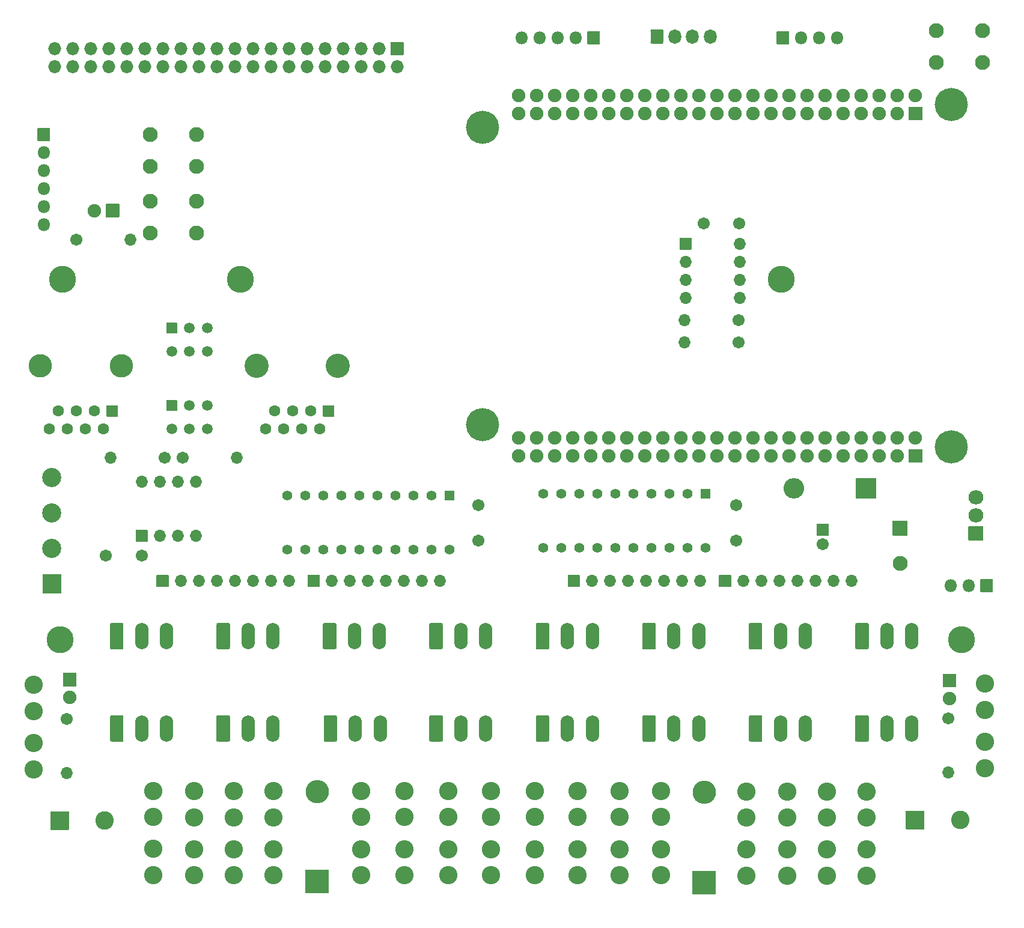
<source format=gbr>
G04 #@! TF.GenerationSoftware,KiCad,Pcbnew,(5.1.9)-1*
G04 #@! TF.CreationDate,2021-02-19T20:11:55-05:00*
G04 #@! TF.ProjectId,BBB_16,4242425f-3136-42e6-9b69-6361645f7063,v3*
G04 #@! TF.SameCoordinates,Original*
G04 #@! TF.FileFunction,Soldermask,Bot*
G04 #@! TF.FilePolarity,Negative*
%FSLAX46Y46*%
G04 Gerber Fmt 4.6, Leading zero omitted, Abs format (unit mm)*
G04 Created by KiCad (PCBNEW (5.1.9)-1) date 2021-02-19 20:11:55*
%MOMM*%
%LPD*%
G01*
G04 APERTURE LIST*
%ADD10O,1.802000X1.802000*%
%ADD11C,2.102000*%
%ADD12O,1.802000X2.052000*%
%ADD13C,3.802000*%
%ADD14C,1.902000*%
%ADD15C,4.674000*%
%ADD16O,1.829200X1.829200*%
%ADD17C,1.502000*%
%ADD18C,1.602000*%
%ADD19C,3.302000*%
%ADD20O,1.702000X1.702000*%
%ADD21C,1.702000*%
%ADD22O,2.102000X2.007000*%
%ADD23C,2.577000*%
%ADD24C,3.404000*%
%ADD25C,1.397400*%
%ADD26O,2.902000X2.902000*%
%ADD27O,1.902000X3.702000*%
%ADD28O,3.302000X3.302000*%
%ADD29C,2.702000*%
%ADD30C,2.602000*%
%ADD31C,0.100000*%
G04 APERTURE END LIST*
D10*
X78827000Y-58584900D03*
X78827000Y-56044900D03*
X78827000Y-53504900D03*
X78827000Y-50964900D03*
X78827000Y-48424900D03*
G36*
G01*
X77926000Y-46734900D02*
X77926000Y-45034900D01*
G75*
G02*
X77977000Y-44983900I51000J0D01*
G01*
X79677000Y-44983900D01*
G75*
G02*
X79728000Y-45034900I0J-51000D01*
G01*
X79728000Y-46734900D01*
G75*
G02*
X79677000Y-46785900I-51000J0D01*
G01*
X77977000Y-46785900D01*
G75*
G02*
X77926000Y-46734900I0J51000D01*
G01*
G37*
D11*
X100328240Y-55280360D03*
X100328240Y-59780360D03*
X93828240Y-55280360D03*
X93828240Y-59780360D03*
X100328240Y-45856960D03*
X100328240Y-50356960D03*
X93828240Y-45856960D03*
X93828240Y-50356960D03*
D12*
X172713020Y-32057140D03*
X170213020Y-32057140D03*
X167713020Y-32057140D03*
G36*
G01*
X164312020Y-32818140D02*
X164312020Y-31296140D01*
G75*
G02*
X164577020Y-31031140I265000J0D01*
G01*
X165849020Y-31031140D01*
G75*
G02*
X166114020Y-31296140I0J-265000D01*
G01*
X166114020Y-32818140D01*
G75*
G02*
X165849020Y-33083140I-265000J0D01*
G01*
X164577020Y-33083140D01*
G75*
G02*
X164312020Y-32818140I0J265000D01*
G01*
G37*
D13*
X182727600Y-66318600D03*
X106527600Y-66318600D03*
D14*
X145756000Y-40385800D03*
X145756000Y-42925800D03*
X148296000Y-40385800D03*
X148296000Y-42925800D03*
X150836000Y-40385800D03*
X150836000Y-42925800D03*
X153376000Y-40385800D03*
X153376000Y-42925800D03*
X155916000Y-40385800D03*
X155916000Y-42925800D03*
X158456000Y-40385800D03*
X158456000Y-42925800D03*
X160996000Y-40385800D03*
X160996000Y-42925800D03*
X163536000Y-40385800D03*
X163536000Y-42925800D03*
X166076000Y-40385800D03*
X166076000Y-42925800D03*
X168616000Y-40385800D03*
X168616000Y-42925800D03*
X171156000Y-40385800D03*
X171156000Y-42925800D03*
X173696000Y-40385800D03*
X173696000Y-42925800D03*
X176236000Y-40385800D03*
X176236000Y-42925800D03*
X178776000Y-40385800D03*
X178776000Y-42925800D03*
X181316000Y-40385800D03*
X181316000Y-42925800D03*
X183856000Y-40385800D03*
X183856000Y-42925800D03*
X186396000Y-40385800D03*
X186396000Y-42925800D03*
X188936000Y-40385800D03*
X188936000Y-42925800D03*
X191476000Y-40385800D03*
X191476000Y-42925800D03*
X194016000Y-40385800D03*
X194016000Y-42925800D03*
X196556000Y-40385800D03*
X196556000Y-42925800D03*
X199096000Y-40385800D03*
X199096000Y-42925800D03*
X201636000Y-40385800D03*
G36*
G01*
X200685000Y-43825800D02*
X200685000Y-42025800D01*
G75*
G02*
X200736000Y-41974800I51000J0D01*
G01*
X202536000Y-41974800D01*
G75*
G02*
X202587000Y-42025800I0J-51000D01*
G01*
X202587000Y-43825800D01*
G75*
G02*
X202536000Y-43876800I-51000J0D01*
G01*
X200736000Y-43876800D01*
G75*
G02*
X200685000Y-43825800I0J51000D01*
G01*
G37*
X145756000Y-88645800D03*
X145756000Y-91185800D03*
X148296000Y-88645800D03*
X148296000Y-91185800D03*
X150836000Y-88645800D03*
X150836000Y-91185800D03*
X153376000Y-88645800D03*
X153376000Y-91185800D03*
X155916000Y-88645800D03*
X155916000Y-91185800D03*
X158456000Y-88645800D03*
X158456000Y-91185800D03*
X160996000Y-88645800D03*
X160996000Y-91185800D03*
X163536000Y-88645800D03*
X163536000Y-91185800D03*
X166076000Y-88645800D03*
X166076000Y-91185800D03*
X168616000Y-88645800D03*
X168616000Y-91185800D03*
X171156000Y-88645800D03*
X171156000Y-91185800D03*
X173696000Y-88645800D03*
X173696000Y-91185800D03*
X176236000Y-88645800D03*
X176236000Y-91185800D03*
X178776000Y-88645800D03*
X178776000Y-91185800D03*
X181316000Y-88645800D03*
X181316000Y-91185800D03*
X183856000Y-88645800D03*
X183856000Y-91185800D03*
X186396000Y-88645800D03*
X186396000Y-91185800D03*
X188936000Y-88645800D03*
X188936000Y-91185800D03*
X191476000Y-88645800D03*
X191476000Y-91185800D03*
X194016000Y-88645800D03*
X194016000Y-91185800D03*
X196556000Y-88645800D03*
X196556000Y-91185800D03*
X199096000Y-88645800D03*
X199096000Y-91185800D03*
X201636000Y-88645800D03*
G36*
G01*
X200685000Y-92085800D02*
X200685000Y-90285800D01*
G75*
G02*
X200736000Y-90234800I51000J0D01*
G01*
X202536000Y-90234800D01*
G75*
G02*
X202587000Y-90285800I0J-51000D01*
G01*
X202587000Y-92085800D01*
G75*
G02*
X202536000Y-92136800I-51000J0D01*
G01*
X200736000Y-92136800D01*
G75*
G02*
X200685000Y-92085800I0J51000D01*
G01*
G37*
D15*
X140676000Y-44830800D03*
X206716000Y-41655800D03*
X206716000Y-89915800D03*
X140676000Y-86740800D03*
D16*
X80351000Y-36321800D03*
X80351000Y-33781800D03*
X82891000Y-36321800D03*
X82891000Y-33781800D03*
X85431000Y-36321800D03*
X85431000Y-33781800D03*
X87971000Y-36321800D03*
X87971000Y-33781800D03*
X90511000Y-36321800D03*
X90511000Y-33781800D03*
X93051000Y-36321800D03*
X93051000Y-33781800D03*
X95591000Y-36321800D03*
X95591000Y-33781800D03*
X98131000Y-36321800D03*
X98131000Y-33781800D03*
X100671000Y-36321800D03*
X100671000Y-33781800D03*
X103211000Y-36321800D03*
X103211000Y-33781800D03*
X105751000Y-36321800D03*
X105751000Y-33781800D03*
X108291000Y-36321800D03*
X108291000Y-33781800D03*
X110831000Y-36321800D03*
X110831000Y-33781800D03*
X113371000Y-36321800D03*
X113371000Y-33781800D03*
X115911000Y-36321800D03*
X115911000Y-33781800D03*
X118451000Y-36321800D03*
X118451000Y-33781800D03*
X120991000Y-36321800D03*
X120991000Y-33781800D03*
X123531000Y-36321800D03*
X123531000Y-33781800D03*
X126071000Y-36321800D03*
X126071000Y-33781800D03*
X128611000Y-36321800D03*
G36*
G01*
X127747400Y-32867200D02*
X129474600Y-32867200D01*
G75*
G02*
X129525600Y-32918200I0J-51000D01*
G01*
X129525600Y-34645400D01*
G75*
G02*
X129474600Y-34696400I-51000J0D01*
G01*
X127747400Y-34696400D01*
G75*
G02*
X127696400Y-34645400I0J51000D01*
G01*
X127696400Y-32918200D01*
G75*
G02*
X127747400Y-32867200I51000J0D01*
G01*
G37*
D17*
X101861000Y-76451800D03*
X99361000Y-76451800D03*
X96861000Y-76451800D03*
X101861000Y-73151800D03*
X99361000Y-73151800D03*
G36*
G01*
X96110000Y-73851800D02*
X96110000Y-72451800D01*
G75*
G02*
X96161000Y-72400800I51000J0D01*
G01*
X97561000Y-72400800D01*
G75*
G02*
X97612000Y-72451800I0J-51000D01*
G01*
X97612000Y-73851800D01*
G75*
G02*
X97561000Y-73902800I-51000J0D01*
G01*
X96161000Y-73902800D01*
G75*
G02*
X96110000Y-73851800I0J51000D01*
G01*
G37*
D10*
X190587000Y-32257800D03*
X188047000Y-32257800D03*
X185507000Y-32257800D03*
G36*
G01*
X183817000Y-33158800D02*
X182117000Y-33158800D01*
G75*
G02*
X182066000Y-33107800I0J51000D01*
G01*
X182066000Y-31407800D01*
G75*
G02*
X182117000Y-31356800I51000J0D01*
G01*
X183817000Y-31356800D01*
G75*
G02*
X183868000Y-31407800I0J-51000D01*
G01*
X183868000Y-33107800D01*
G75*
G02*
X183817000Y-33158800I-51000J0D01*
G01*
G37*
D17*
X101861000Y-87373800D03*
X99361000Y-87373800D03*
X96861000Y-87373800D03*
X101861000Y-84073800D03*
X99361000Y-84073800D03*
G36*
G01*
X96110000Y-84773800D02*
X96110000Y-83373800D01*
G75*
G02*
X96161000Y-83322800I51000J0D01*
G01*
X97561000Y-83322800D01*
G75*
G02*
X97612000Y-83373800I0J-51000D01*
G01*
X97612000Y-84773800D01*
G75*
G02*
X97561000Y-84824800I-51000J0D01*
G01*
X96161000Y-84824800D01*
G75*
G02*
X96110000Y-84773800I0J51000D01*
G01*
G37*
D18*
X79589000Y-87375800D03*
X80859000Y-84835800D03*
X82129000Y-87375800D03*
X83399000Y-84835800D03*
X84669000Y-87375800D03*
X85939000Y-84835800D03*
X87209000Y-87375800D03*
G36*
G01*
X89280000Y-84085800D02*
X89280000Y-85585800D01*
G75*
G02*
X89229000Y-85636800I-51000J0D01*
G01*
X87729000Y-85636800D01*
G75*
G02*
X87678000Y-85585800I0J51000D01*
G01*
X87678000Y-84085800D01*
G75*
G02*
X87729000Y-84034800I51000J0D01*
G01*
X89229000Y-84034800D01*
G75*
G02*
X89280000Y-84085800I0J-51000D01*
G01*
G37*
D19*
X89749000Y-78485800D03*
X78319000Y-78485800D03*
D20*
X176863740Y-61260500D03*
X169243740Y-68880500D03*
X176863740Y-63800500D03*
X169243740Y-66340500D03*
X176863740Y-66340500D03*
X169243740Y-63800500D03*
X176863740Y-68880500D03*
G36*
G01*
X168392740Y-62060500D02*
X168392740Y-60460500D01*
G75*
G02*
X168443740Y-60409500I51000J0D01*
G01*
X170043740Y-60409500D01*
G75*
G02*
X170094740Y-60460500I0J-51000D01*
G01*
X170094740Y-62060500D01*
G75*
G02*
X170043740Y-62111500I-51000J0D01*
G01*
X168443740Y-62111500D01*
G75*
G02*
X168392740Y-62060500I0J51000D01*
G01*
G37*
D11*
X211057000Y-31241800D03*
X211057000Y-35741800D03*
X204557000Y-31241800D03*
X204557000Y-35741800D03*
D20*
X91044400Y-60680400D03*
D21*
X83424400Y-60680400D03*
D22*
X210145000Y-97027800D03*
X210145000Y-99567800D03*
G36*
G01*
X211145000Y-103111300D02*
X209145000Y-103111300D01*
G75*
G02*
X209094000Y-103060300I0J51000D01*
G01*
X209094000Y-101155300D01*
G75*
G02*
X209145000Y-101104300I51000J0D01*
G01*
X211145000Y-101104300D01*
G75*
G02*
X211196000Y-101155300I0J-51000D01*
G01*
X211196000Y-103060300D01*
G75*
G02*
X211145000Y-103111300I-51000J0D01*
G01*
G37*
D14*
X206422200Y-125371000D03*
G36*
G01*
X205522200Y-121880000D02*
X207322200Y-121880000D01*
G75*
G02*
X207373200Y-121931000I0J-51000D01*
G01*
X207373200Y-123731000D01*
G75*
G02*
X207322200Y-123782000I-51000J0D01*
G01*
X205522200Y-123782000D01*
G75*
G02*
X205471200Y-123731000I0J51000D01*
G01*
X205471200Y-121931000D01*
G75*
G02*
X205522200Y-121880000I51000J0D01*
G01*
G37*
X82470200Y-125244000D03*
G36*
G01*
X81570200Y-121753000D02*
X83370200Y-121753000D01*
G75*
G02*
X83421200Y-121804000I0J-51000D01*
G01*
X83421200Y-123604000D01*
G75*
G02*
X83370200Y-123655000I-51000J0D01*
G01*
X81570200Y-123655000D01*
G75*
G02*
X81519200Y-123604000I0J51000D01*
G01*
X81519200Y-121804000D01*
G75*
G02*
X81570200Y-121753000I51000J0D01*
G01*
G37*
G36*
G01*
X89468100Y-55703700D02*
X89468100Y-57503700D01*
G75*
G02*
X89417100Y-57554700I-51000J0D01*
G01*
X87617100Y-57554700D01*
G75*
G02*
X87566100Y-57503700I0J51000D01*
G01*
X87566100Y-55703700D01*
G75*
G02*
X87617100Y-55652700I51000J0D01*
G01*
X89417100Y-55652700D01*
G75*
G02*
X89468100Y-55703700I0J-51000D01*
G01*
G37*
X85977100Y-56603700D03*
D20*
X169123740Y-75160500D03*
D21*
X176743740Y-75160500D03*
D20*
X169123740Y-72060500D03*
D21*
X176743740Y-72060500D03*
X171825280Y-58369000D03*
X176825280Y-58369000D03*
D20*
X88225000Y-91439800D03*
D21*
X95845000Y-91439800D03*
D10*
X206589000Y-109473800D03*
X209129000Y-109473800D03*
G36*
G01*
X210819000Y-108572800D02*
X212519000Y-108572800D01*
G75*
G02*
X212570000Y-108623800I0J-51000D01*
G01*
X212570000Y-110323800D01*
G75*
G02*
X212519000Y-110374800I-51000J0D01*
G01*
X210819000Y-110374800D01*
G75*
G02*
X210768000Y-110323800I0J51000D01*
G01*
X210768000Y-108623800D01*
G75*
G02*
X210819000Y-108572800I51000J0D01*
G01*
G37*
D23*
X211426000Y-123281800D03*
X211426000Y-135181800D03*
X211426000Y-126981800D03*
X211426000Y-131481800D03*
D20*
X206244400Y-135835800D03*
D21*
X206244400Y-128215800D03*
D20*
X82038400Y-135912000D03*
D21*
X82038400Y-128292000D03*
D18*
X110069000Y-87375800D03*
X111339000Y-84835800D03*
X112609000Y-87375800D03*
X113879000Y-84835800D03*
X115149000Y-87375800D03*
X116419000Y-84835800D03*
X117689000Y-87375800D03*
G36*
G01*
X119760000Y-84085800D02*
X119760000Y-85585800D01*
G75*
G02*
X119709000Y-85636800I-51000J0D01*
G01*
X118209000Y-85636800D01*
G75*
G02*
X118158000Y-85585800I0J51000D01*
G01*
X118158000Y-84085800D01*
G75*
G02*
X118209000Y-84034800I51000J0D01*
G01*
X119709000Y-84034800D01*
G75*
G02*
X119760000Y-84085800I0J-51000D01*
G01*
G37*
D24*
X120229000Y-78485800D03*
X108799000Y-78485800D03*
G36*
G01*
X171397299Y-95821100D02*
X172692701Y-95821100D01*
G75*
G02*
X172743700Y-95872099I0J-50999D01*
G01*
X172743700Y-97167501D01*
G75*
G02*
X172692701Y-97218500I-50999J0D01*
G01*
X171397299Y-97218500D01*
G75*
G02*
X171346300Y-97167501I0J50999D01*
G01*
X171346300Y-95872099D01*
G75*
G02*
X171397299Y-95821100I50999J0D01*
G01*
G37*
D25*
X169505000Y-96519800D03*
X166965000Y-96519800D03*
X164425000Y-96519800D03*
X161885000Y-96519800D03*
X159345000Y-96519800D03*
X156805000Y-96519800D03*
X154265000Y-96519800D03*
X151725000Y-96519800D03*
X149185000Y-96519800D03*
X149185000Y-104139800D03*
X151725000Y-104139800D03*
X154265000Y-104139800D03*
X156805000Y-104139800D03*
X159345000Y-104139800D03*
X161885000Y-104139800D03*
X164425000Y-104139800D03*
X166965000Y-104139800D03*
X169505000Y-104139800D03*
X172045000Y-104139800D03*
X135977000Y-104393800D03*
X133437000Y-104393800D03*
X130897000Y-104393800D03*
X128357000Y-104393800D03*
X125817000Y-104393800D03*
X123277000Y-104393800D03*
X120737000Y-104393800D03*
X118197000Y-104393800D03*
X115657000Y-104393800D03*
X113117000Y-104393800D03*
X113117000Y-96773800D03*
X115657000Y-96773800D03*
X118197000Y-96773800D03*
X120737000Y-96773800D03*
X123277000Y-96773800D03*
X125817000Y-96773800D03*
X128357000Y-96773800D03*
X130897000Y-96773800D03*
X133437000Y-96773800D03*
G36*
G01*
X135329299Y-96075100D02*
X136624701Y-96075100D01*
G75*
G02*
X136675700Y-96126099I0J-50999D01*
G01*
X136675700Y-97421501D01*
G75*
G02*
X136624701Y-97472500I-50999J0D01*
G01*
X135329299Y-97472500D01*
G75*
G02*
X135278300Y-97421501I0J50999D01*
G01*
X135278300Y-96126099D01*
G75*
G02*
X135329299Y-96075100I50999J0D01*
G01*
G37*
D11*
X199477000Y-106345800D03*
G36*
G01*
X198477000Y-100294800D02*
X200477000Y-100294800D01*
G75*
G02*
X200528000Y-100345800I0J-51000D01*
G01*
X200528000Y-102345800D01*
G75*
G02*
X200477000Y-102396800I-51000J0D01*
G01*
X198477000Y-102396800D01*
G75*
G02*
X198426000Y-102345800I0J51000D01*
G01*
X198426000Y-100345800D01*
G75*
G02*
X198477000Y-100294800I51000J0D01*
G01*
G37*
D26*
X184491000Y-95757800D03*
G36*
G01*
X196102000Y-94357800D02*
X196102000Y-97157800D01*
G75*
G02*
X196051000Y-97208800I-51000J0D01*
G01*
X193251000Y-97208800D01*
G75*
G02*
X193200000Y-97157800I0J51000D01*
G01*
X193200000Y-94357800D01*
G75*
G02*
X193251000Y-94306800I51000J0D01*
G01*
X196051000Y-94306800D01*
G75*
G02*
X196102000Y-94357800I0J-51000D01*
G01*
G37*
D10*
X146137000Y-32257800D03*
X148677000Y-32257800D03*
X151217000Y-32257800D03*
X153757000Y-32257800D03*
G36*
G01*
X155447000Y-31356800D02*
X157147000Y-31356800D01*
G75*
G02*
X157198000Y-31407800I0J-51000D01*
G01*
X157198000Y-33107800D01*
G75*
G02*
X157147000Y-33158800I-51000J0D01*
G01*
X155447000Y-33158800D01*
G75*
G02*
X155396000Y-33107800I0J51000D01*
G01*
X155396000Y-31407800D01*
G75*
G02*
X155447000Y-31356800I51000J0D01*
G01*
G37*
D21*
X87601000Y-105217800D03*
X92601000Y-105217800D03*
D20*
X92611000Y-94847800D03*
X100231000Y-102467800D03*
X95151000Y-94847800D03*
X97691000Y-102467800D03*
X97691000Y-94847800D03*
X95151000Y-102467800D03*
X100231000Y-94847800D03*
G36*
G01*
X93411000Y-103318800D02*
X91811000Y-103318800D01*
G75*
G02*
X91760000Y-103267800I0J51000D01*
G01*
X91760000Y-101667800D01*
G75*
G02*
X91811000Y-101616800I51000J0D01*
G01*
X93411000Y-101616800D01*
G75*
G02*
X93462000Y-101667800I0J-51000D01*
G01*
X93462000Y-103267800D01*
G75*
G02*
X93411000Y-103318800I-51000J0D01*
G01*
G37*
X106005000Y-91439800D03*
D21*
X98385000Y-91439800D03*
D13*
X81427600Y-66318600D03*
D23*
X123512600Y-138398600D03*
X123512600Y-150298600D03*
X123512600Y-142098600D03*
X123512600Y-146598600D03*
D27*
X111100000Y-116600000D03*
X107600000Y-116600000D03*
G36*
G01*
X103149000Y-118186834D02*
X103149000Y-115013166D01*
G75*
G02*
X103413166Y-114749000I264166J0D01*
G01*
X104786834Y-114749000D01*
G75*
G02*
X105051000Y-115013166I0J-264166D01*
G01*
X105051000Y-118186834D01*
G75*
G02*
X104786834Y-118451000I-264166J0D01*
G01*
X103413166Y-118451000D01*
G75*
G02*
X103149000Y-118186834I0J264166D01*
G01*
G37*
D13*
X81127600Y-117118600D03*
X208127600Y-117118600D03*
D23*
X105567600Y-138403600D03*
X105567600Y-150303600D03*
X105567600Y-142103600D03*
X105567600Y-146603600D03*
D28*
X171847600Y-138605000D03*
G36*
G01*
X173447600Y-152956000D02*
X170247600Y-152956000D01*
G75*
G02*
X170196600Y-152905000I0J51000D01*
G01*
X170196600Y-149705000D01*
G75*
G02*
X170247600Y-149654000I51000J0D01*
G01*
X173447600Y-149654000D01*
G75*
G02*
X173498600Y-149705000I0J-51000D01*
G01*
X173498600Y-152905000D01*
G75*
G02*
X173447600Y-152956000I-51000J0D01*
G01*
G37*
X117332600Y-138468600D03*
G36*
G01*
X118932600Y-152819600D02*
X115732600Y-152819600D01*
G75*
G02*
X115681600Y-152768600I0J51000D01*
G01*
X115681600Y-149568600D01*
G75*
G02*
X115732600Y-149517600I51000J0D01*
G01*
X118932600Y-149517600D01*
G75*
G02*
X118983600Y-149568600I0J-51000D01*
G01*
X118983600Y-152768600D01*
G75*
G02*
X118932600Y-152819600I-51000J0D01*
G01*
G37*
D21*
X176363000Y-98123800D03*
X176363000Y-103123800D03*
D20*
X192592600Y-108813600D03*
X190052600Y-108813600D03*
X187512600Y-108813600D03*
X184972600Y-108813600D03*
X182432600Y-108813600D03*
X179892600Y-108813600D03*
X177352600Y-108813600D03*
G36*
G01*
X173961600Y-109613600D02*
X173961600Y-108013600D01*
G75*
G02*
X174012600Y-107962600I51000J0D01*
G01*
X175612600Y-107962600D01*
G75*
G02*
X175663600Y-108013600I0J-51000D01*
G01*
X175663600Y-109613600D01*
G75*
G02*
X175612600Y-109664600I-51000J0D01*
G01*
X174012600Y-109664600D01*
G75*
G02*
X173961600Y-109613600I0J51000D01*
G01*
G37*
X171266200Y-108813600D03*
X168726200Y-108813600D03*
X166186200Y-108813600D03*
X163646200Y-108813600D03*
X161106200Y-108813600D03*
X158566200Y-108813600D03*
X156026200Y-108813600D03*
G36*
G01*
X152635200Y-109613600D02*
X152635200Y-108013600D01*
G75*
G02*
X152686200Y-107962600I51000J0D01*
G01*
X154286200Y-107962600D01*
G75*
G02*
X154337200Y-108013600I0J-51000D01*
G01*
X154337200Y-109613600D01*
G75*
G02*
X154286200Y-109664600I-51000J0D01*
G01*
X152686200Y-109664600D01*
G75*
G02*
X152635200Y-109613600I0J51000D01*
G01*
G37*
X134632700Y-108813600D03*
X132092700Y-108813600D03*
X129552700Y-108813600D03*
X127012700Y-108813600D03*
X124472700Y-108813600D03*
X121932700Y-108813600D03*
X119392700Y-108813600D03*
G36*
G01*
X116001700Y-109613600D02*
X116001700Y-108013600D01*
G75*
G02*
X116052700Y-107962600I51000J0D01*
G01*
X117652700Y-107962600D01*
G75*
G02*
X117703700Y-108013600I0J-51000D01*
G01*
X117703700Y-109613600D01*
G75*
G02*
X117652700Y-109664600I-51000J0D01*
G01*
X116052700Y-109664600D01*
G75*
G02*
X116001700Y-109613600I0J51000D01*
G01*
G37*
X113341500Y-108813600D03*
X110801500Y-108813600D03*
X108261500Y-108813600D03*
X105721500Y-108813600D03*
X103181500Y-108813600D03*
X100641500Y-108813600D03*
X98101500Y-108813600D03*
G36*
G01*
X94710500Y-109613600D02*
X94710500Y-108013600D01*
G75*
G02*
X94761500Y-107962600I51000J0D01*
G01*
X96361500Y-107962600D01*
G75*
G02*
X96412500Y-108013600I0J-51000D01*
G01*
X96412500Y-109613600D01*
G75*
G02*
X96361500Y-109664600I-51000J0D01*
G01*
X94761500Y-109664600D01*
G75*
G02*
X94710500Y-109613600I0J51000D01*
G01*
G37*
D27*
X201100000Y-129600000D03*
X197600000Y-129600000D03*
G36*
G01*
X193149000Y-131186834D02*
X193149000Y-128013166D01*
G75*
G02*
X193413166Y-127749000I264166J0D01*
G01*
X194786834Y-127749000D01*
G75*
G02*
X195051000Y-128013166I0J-264166D01*
G01*
X195051000Y-131186834D01*
G75*
G02*
X194786834Y-131451000I-264166J0D01*
G01*
X193413166Y-131451000D01*
G75*
G02*
X193149000Y-131186834I0J264166D01*
G01*
G37*
X201100000Y-116600000D03*
X197600000Y-116600000D03*
G36*
G01*
X193149000Y-118186834D02*
X193149000Y-115013166D01*
G75*
G02*
X193413166Y-114749000I264166J0D01*
G01*
X194786834Y-114749000D01*
G75*
G02*
X195051000Y-115013166I0J-264166D01*
G01*
X195051000Y-118186834D01*
G75*
G02*
X194786834Y-118451000I-264166J0D01*
G01*
X193413166Y-118451000D01*
G75*
G02*
X193149000Y-118186834I0J264166D01*
G01*
G37*
X186100000Y-129600000D03*
X182600000Y-129600000D03*
G36*
G01*
X178149000Y-131186834D02*
X178149000Y-128013166D01*
G75*
G02*
X178413166Y-127749000I264166J0D01*
G01*
X179786834Y-127749000D01*
G75*
G02*
X180051000Y-128013166I0J-264166D01*
G01*
X180051000Y-131186834D01*
G75*
G02*
X179786834Y-131451000I-264166J0D01*
G01*
X178413166Y-131451000D01*
G75*
G02*
X178149000Y-131186834I0J264166D01*
G01*
G37*
X186100000Y-116600000D03*
X182600000Y-116600000D03*
G36*
G01*
X178149000Y-118186834D02*
X178149000Y-115013166D01*
G75*
G02*
X178413166Y-114749000I264166J0D01*
G01*
X179786834Y-114749000D01*
G75*
G02*
X180051000Y-115013166I0J-264166D01*
G01*
X180051000Y-118186834D01*
G75*
G02*
X179786834Y-118451000I-264166J0D01*
G01*
X178413166Y-118451000D01*
G75*
G02*
X178149000Y-118186834I0J264166D01*
G01*
G37*
X171100000Y-129600000D03*
X167600000Y-129600000D03*
G36*
G01*
X163149000Y-131186834D02*
X163149000Y-128013166D01*
G75*
G02*
X163413166Y-127749000I264166J0D01*
G01*
X164786834Y-127749000D01*
G75*
G02*
X165051000Y-128013166I0J-264166D01*
G01*
X165051000Y-131186834D01*
G75*
G02*
X164786834Y-131451000I-264166J0D01*
G01*
X163413166Y-131451000D01*
G75*
G02*
X163149000Y-131186834I0J264166D01*
G01*
G37*
X171100000Y-116600000D03*
X167600000Y-116600000D03*
G36*
G01*
X163149000Y-118186834D02*
X163149000Y-115013166D01*
G75*
G02*
X163413166Y-114749000I264166J0D01*
G01*
X164786834Y-114749000D01*
G75*
G02*
X165051000Y-115013166I0J-264166D01*
G01*
X165051000Y-118186834D01*
G75*
G02*
X164786834Y-118451000I-264166J0D01*
G01*
X163413166Y-118451000D01*
G75*
G02*
X163149000Y-118186834I0J264166D01*
G01*
G37*
X156100000Y-129600000D03*
X152600000Y-129600000D03*
G36*
G01*
X148149000Y-131186834D02*
X148149000Y-128013166D01*
G75*
G02*
X148413166Y-127749000I264166J0D01*
G01*
X149786834Y-127749000D01*
G75*
G02*
X150051000Y-128013166I0J-264166D01*
G01*
X150051000Y-131186834D01*
G75*
G02*
X149786834Y-131451000I-264166J0D01*
G01*
X148413166Y-131451000D01*
G75*
G02*
X148149000Y-131186834I0J264166D01*
G01*
G37*
X156100000Y-116600000D03*
X152600000Y-116600000D03*
G36*
G01*
X148149000Y-118186834D02*
X148149000Y-115013166D01*
G75*
G02*
X148413166Y-114749000I264166J0D01*
G01*
X149786834Y-114749000D01*
G75*
G02*
X150051000Y-115013166I0J-264166D01*
G01*
X150051000Y-118186834D01*
G75*
G02*
X149786834Y-118451000I-264166J0D01*
G01*
X148413166Y-118451000D01*
G75*
G02*
X148149000Y-118186834I0J264166D01*
G01*
G37*
X141100000Y-129600000D03*
X137600000Y-129600000D03*
G36*
G01*
X133149000Y-131186834D02*
X133149000Y-128013166D01*
G75*
G02*
X133413166Y-127749000I264166J0D01*
G01*
X134786834Y-127749000D01*
G75*
G02*
X135051000Y-128013166I0J-264166D01*
G01*
X135051000Y-131186834D01*
G75*
G02*
X134786834Y-131451000I-264166J0D01*
G01*
X133413166Y-131451000D01*
G75*
G02*
X133149000Y-131186834I0J264166D01*
G01*
G37*
X141100000Y-116600000D03*
X137600000Y-116600000D03*
G36*
G01*
X133149000Y-118186834D02*
X133149000Y-115013166D01*
G75*
G02*
X133413166Y-114749000I264166J0D01*
G01*
X134786834Y-114749000D01*
G75*
G02*
X135051000Y-115013166I0J-264166D01*
G01*
X135051000Y-118186834D01*
G75*
G02*
X134786834Y-118451000I-264166J0D01*
G01*
X133413166Y-118451000D01*
G75*
G02*
X133149000Y-118186834I0J264166D01*
G01*
G37*
X126214342Y-129600000D03*
X122714342Y-129600000D03*
G36*
G01*
X118263342Y-131186834D02*
X118263342Y-128013166D01*
G75*
G02*
X118527508Y-127749000I264166J0D01*
G01*
X119901176Y-127749000D01*
G75*
G02*
X120165342Y-128013166I0J-264166D01*
G01*
X120165342Y-131186834D01*
G75*
G02*
X119901176Y-131451000I-264166J0D01*
G01*
X118527508Y-131451000D01*
G75*
G02*
X118263342Y-131186834I0J264166D01*
G01*
G37*
X126100000Y-116600000D03*
X122600000Y-116600000D03*
G36*
G01*
X118149000Y-118186834D02*
X118149000Y-115013166D01*
G75*
G02*
X118413166Y-114749000I264166J0D01*
G01*
X119786834Y-114749000D01*
G75*
G02*
X120051000Y-115013166I0J-264166D01*
G01*
X120051000Y-118186834D01*
G75*
G02*
X119786834Y-118451000I-264166J0D01*
G01*
X118413166Y-118451000D01*
G75*
G02*
X118149000Y-118186834I0J264166D01*
G01*
G37*
X111100000Y-129600000D03*
X107600000Y-129600000D03*
G36*
G01*
X103149000Y-131186834D02*
X103149000Y-128013166D01*
G75*
G02*
X103413166Y-127749000I264166J0D01*
G01*
X104786834Y-127749000D01*
G75*
G02*
X105051000Y-128013166I0J-264166D01*
G01*
X105051000Y-131186834D01*
G75*
G02*
X104786834Y-131451000I-264166J0D01*
G01*
X103413166Y-131451000D01*
G75*
G02*
X103149000Y-131186834I0J264166D01*
G01*
G37*
X96100000Y-129600000D03*
X92600000Y-129600000D03*
G36*
G01*
X88149000Y-131186834D02*
X88149000Y-128013166D01*
G75*
G02*
X88413166Y-127749000I264166J0D01*
G01*
X89786834Y-127749000D01*
G75*
G02*
X90051000Y-128013166I0J-264166D01*
G01*
X90051000Y-131186834D01*
G75*
G02*
X89786834Y-131451000I-264166J0D01*
G01*
X88413166Y-131451000D01*
G75*
G02*
X88149000Y-131186834I0J264166D01*
G01*
G37*
X96100000Y-116600000D03*
X92600000Y-116600000D03*
G36*
G01*
X88149000Y-118186834D02*
X88149000Y-115013166D01*
G75*
G02*
X88413166Y-114749000I264166J0D01*
G01*
X89786834Y-114749000D01*
G75*
G02*
X90051000Y-115013166I0J-264166D01*
G01*
X90051000Y-118186834D01*
G75*
G02*
X89786834Y-118451000I-264166J0D01*
G01*
X88413166Y-118451000D01*
G75*
G02*
X88149000Y-118186834I0J264166D01*
G01*
G37*
D29*
X79981000Y-94217800D03*
X79981000Y-99217800D03*
X79981000Y-104217800D03*
G36*
G01*
X81281000Y-110568800D02*
X78681000Y-110568800D01*
G75*
G02*
X78630000Y-110517800I0J51000D01*
G01*
X78630000Y-107917800D01*
G75*
G02*
X78681000Y-107866800I51000J0D01*
G01*
X81281000Y-107866800D01*
G75*
G02*
X81332000Y-107917800I0J-51000D01*
G01*
X81332000Y-110517800D01*
G75*
G02*
X81281000Y-110568800I-51000J0D01*
G01*
G37*
D30*
X207937100Y-142505000D03*
G36*
G01*
X200286100Y-143755000D02*
X200286100Y-141255000D01*
G75*
G02*
X200337100Y-141204000I51000J0D01*
G01*
X202837100Y-141204000D01*
G75*
G02*
X202888100Y-141255000I0J-51000D01*
G01*
X202888100Y-143755000D01*
G75*
G02*
X202837100Y-143806000I-51000J0D01*
G01*
X200337100Y-143806000D01*
G75*
G02*
X200286100Y-143755000I0J51000D01*
G01*
G37*
D23*
X194729100Y-138463600D03*
X194729100Y-150363600D03*
X194729100Y-142163600D03*
X194729100Y-146663600D03*
X189141100Y-138463600D03*
X189141100Y-150363600D03*
X189141100Y-142163600D03*
X189141100Y-146663600D03*
X183553100Y-138463600D03*
X183553100Y-150363600D03*
X183553100Y-142163600D03*
X183553100Y-146663600D03*
X177847600Y-138463600D03*
X177847600Y-150363600D03*
X177847600Y-142163600D03*
X177847600Y-146663600D03*
X165761100Y-138398600D03*
X165761100Y-150298600D03*
X165761100Y-142098600D03*
X165761100Y-146598600D03*
X159942600Y-138398600D03*
X159942600Y-150298600D03*
X159942600Y-142098600D03*
X159942600Y-146598600D03*
X154062600Y-138398600D03*
X154062600Y-150298600D03*
X154062600Y-142098600D03*
X154062600Y-146598600D03*
X148002600Y-138398600D03*
X148002600Y-150298600D03*
X148002600Y-142098600D03*
X148002600Y-146598600D03*
X141793100Y-138398600D03*
X141793100Y-150298600D03*
X141793100Y-142098600D03*
X141793100Y-146598600D03*
X135792600Y-138398600D03*
X135792600Y-150298600D03*
X135792600Y-142098600D03*
X135792600Y-146598600D03*
X129672600Y-138398600D03*
X129672600Y-150298600D03*
X129672600Y-142098600D03*
X129672600Y-146598600D03*
X111167600Y-138403600D03*
X111167600Y-150303600D03*
X111167600Y-142103600D03*
X111167600Y-146603600D03*
X99967600Y-138403600D03*
X99967600Y-150303600D03*
X99967600Y-142103600D03*
X99967600Y-146603600D03*
X94222600Y-138388600D03*
X94222600Y-150288600D03*
X94222600Y-142088600D03*
X94222600Y-146588600D03*
X77382600Y-123438600D03*
X77382600Y-135338600D03*
X77382600Y-127138600D03*
X77382600Y-131638600D03*
D21*
X140041000Y-98123800D03*
X140041000Y-103123800D03*
D30*
X87432600Y-142598600D03*
G36*
G01*
X79781600Y-143848600D02*
X79781600Y-141348600D01*
G75*
G02*
X79832600Y-141297600I51000J0D01*
G01*
X82332600Y-141297600D01*
G75*
G02*
X82383600Y-141348600I0J-51000D01*
G01*
X82383600Y-143848600D01*
G75*
G02*
X82332600Y-143899600I-51000J0D01*
G01*
X79832600Y-143899600D01*
G75*
G02*
X79781600Y-143848600I0J51000D01*
G01*
G37*
D21*
X188555000Y-103599800D03*
G36*
G01*
X187755000Y-100748800D02*
X189355000Y-100748800D01*
G75*
G02*
X189406000Y-100799800I0J-51000D01*
G01*
X189406000Y-102399800D01*
G75*
G02*
X189355000Y-102450800I-51000J0D01*
G01*
X187755000Y-102450800D01*
G75*
G02*
X187704000Y-102399800I0J51000D01*
G01*
X187704000Y-100799800D01*
G75*
G02*
X187755000Y-100748800I51000J0D01*
G01*
G37*
D31*
G36*
X148150990Y-131186638D02*
G01*
X148156046Y-131237975D01*
X148170965Y-131287157D01*
X148195191Y-131332481D01*
X148227793Y-131372207D01*
X148267519Y-131404809D01*
X148312843Y-131429035D01*
X148362025Y-131443954D01*
X148413362Y-131449010D01*
X148414988Y-131450175D01*
X148414792Y-131452165D01*
X148413166Y-131453000D01*
X148329029Y-131453000D01*
X148328833Y-131452990D01*
X148288889Y-131449056D01*
X148288504Y-131448980D01*
X148255995Y-131439119D01*
X148255633Y-131438969D01*
X148225675Y-131422955D01*
X148225349Y-131422737D01*
X148199090Y-131401187D01*
X148198813Y-131400910D01*
X148177263Y-131374651D01*
X148177045Y-131374325D01*
X148161031Y-131344367D01*
X148160881Y-131344005D01*
X148151020Y-131311496D01*
X148150944Y-131311111D01*
X148147010Y-131271167D01*
X148147000Y-131270971D01*
X148147000Y-131186834D01*
X148148000Y-131185102D01*
X148150000Y-131185102D01*
X148150990Y-131186638D01*
G37*
G36*
X193150990Y-131186638D02*
G01*
X193156046Y-131237975D01*
X193170965Y-131287157D01*
X193195191Y-131332481D01*
X193227793Y-131372207D01*
X193267519Y-131404809D01*
X193312843Y-131429035D01*
X193362025Y-131443954D01*
X193413362Y-131449010D01*
X193414988Y-131450175D01*
X193414792Y-131452165D01*
X193413166Y-131453000D01*
X193329029Y-131453000D01*
X193328833Y-131452990D01*
X193288889Y-131449056D01*
X193288504Y-131448980D01*
X193255995Y-131439119D01*
X193255633Y-131438969D01*
X193225675Y-131422955D01*
X193225349Y-131422737D01*
X193199090Y-131401187D01*
X193198813Y-131400910D01*
X193177263Y-131374651D01*
X193177045Y-131374325D01*
X193161031Y-131344367D01*
X193160881Y-131344005D01*
X193151020Y-131311496D01*
X193150944Y-131311111D01*
X193147010Y-131271167D01*
X193147000Y-131270971D01*
X193147000Y-131186834D01*
X193148000Y-131185102D01*
X193150000Y-131185102D01*
X193150990Y-131186638D01*
G37*
G36*
X118265332Y-131186638D02*
G01*
X118270388Y-131237975D01*
X118285307Y-131287157D01*
X118309533Y-131332481D01*
X118342135Y-131372207D01*
X118381861Y-131404809D01*
X118427185Y-131429035D01*
X118476367Y-131443954D01*
X118527704Y-131449010D01*
X118529330Y-131450175D01*
X118529134Y-131452165D01*
X118527508Y-131453000D01*
X118443371Y-131453000D01*
X118443175Y-131452990D01*
X118403231Y-131449056D01*
X118402846Y-131448980D01*
X118370337Y-131439119D01*
X118369975Y-131438969D01*
X118340017Y-131422955D01*
X118339691Y-131422737D01*
X118313432Y-131401187D01*
X118313155Y-131400910D01*
X118291605Y-131374651D01*
X118291387Y-131374325D01*
X118275373Y-131344367D01*
X118275223Y-131344005D01*
X118265362Y-131311496D01*
X118265286Y-131311111D01*
X118261352Y-131271167D01*
X118261342Y-131270971D01*
X118261342Y-131186834D01*
X118262342Y-131185102D01*
X118264342Y-131185102D01*
X118265332Y-131186638D01*
G37*
G36*
X135052165Y-131185208D02*
G01*
X135053000Y-131186834D01*
X135053000Y-131270971D01*
X135052990Y-131271167D01*
X135049056Y-131311111D01*
X135048980Y-131311496D01*
X135039119Y-131344005D01*
X135038969Y-131344367D01*
X135022955Y-131374325D01*
X135022737Y-131374651D01*
X135001187Y-131400910D01*
X135000910Y-131401187D01*
X134974651Y-131422737D01*
X134974325Y-131422955D01*
X134944367Y-131438969D01*
X134944005Y-131439119D01*
X134911496Y-131448980D01*
X134911111Y-131449056D01*
X134871167Y-131452990D01*
X134870971Y-131453000D01*
X134786834Y-131453000D01*
X134785102Y-131452000D01*
X134785102Y-131450000D01*
X134786638Y-131449010D01*
X134837975Y-131443954D01*
X134887157Y-131429035D01*
X134932481Y-131404809D01*
X134972207Y-131372207D01*
X135004809Y-131332481D01*
X135029035Y-131287157D01*
X135043954Y-131237975D01*
X135049010Y-131186638D01*
X135050175Y-131185012D01*
X135052165Y-131185208D01*
G37*
G36*
X163150990Y-131186638D02*
G01*
X163156046Y-131237975D01*
X163170965Y-131287157D01*
X163195191Y-131332481D01*
X163227793Y-131372207D01*
X163267519Y-131404809D01*
X163312843Y-131429035D01*
X163362025Y-131443954D01*
X163413362Y-131449010D01*
X163414988Y-131450175D01*
X163414792Y-131452165D01*
X163413166Y-131453000D01*
X163329029Y-131453000D01*
X163328833Y-131452990D01*
X163288889Y-131449056D01*
X163288504Y-131448980D01*
X163255995Y-131439119D01*
X163255633Y-131438969D01*
X163225675Y-131422955D01*
X163225349Y-131422737D01*
X163199090Y-131401187D01*
X163198813Y-131400910D01*
X163177263Y-131374651D01*
X163177045Y-131374325D01*
X163161031Y-131344367D01*
X163160881Y-131344005D01*
X163151020Y-131311496D01*
X163150944Y-131311111D01*
X163147010Y-131271167D01*
X163147000Y-131270971D01*
X163147000Y-131186834D01*
X163148000Y-131185102D01*
X163150000Y-131185102D01*
X163150990Y-131186638D01*
G37*
G36*
X103150990Y-131186638D02*
G01*
X103156046Y-131237975D01*
X103170965Y-131287157D01*
X103195191Y-131332481D01*
X103227793Y-131372207D01*
X103267519Y-131404809D01*
X103312843Y-131429035D01*
X103362025Y-131443954D01*
X103413362Y-131449010D01*
X103414988Y-131450175D01*
X103414792Y-131452165D01*
X103413166Y-131453000D01*
X103329029Y-131453000D01*
X103328833Y-131452990D01*
X103288889Y-131449056D01*
X103288504Y-131448980D01*
X103255995Y-131439119D01*
X103255633Y-131438969D01*
X103225675Y-131422955D01*
X103225349Y-131422737D01*
X103199090Y-131401187D01*
X103198813Y-131400910D01*
X103177263Y-131374651D01*
X103177045Y-131374325D01*
X103161031Y-131344367D01*
X103160881Y-131344005D01*
X103151020Y-131311496D01*
X103150944Y-131311111D01*
X103147010Y-131271167D01*
X103147000Y-131270971D01*
X103147000Y-131186834D01*
X103148000Y-131185102D01*
X103150000Y-131185102D01*
X103150990Y-131186638D01*
G37*
G36*
X150052165Y-131185208D02*
G01*
X150053000Y-131186834D01*
X150053000Y-131270971D01*
X150052990Y-131271167D01*
X150049056Y-131311111D01*
X150048980Y-131311496D01*
X150039119Y-131344005D01*
X150038969Y-131344367D01*
X150022955Y-131374325D01*
X150022737Y-131374651D01*
X150001187Y-131400910D01*
X150000910Y-131401187D01*
X149974651Y-131422737D01*
X149974325Y-131422955D01*
X149944367Y-131438969D01*
X149944005Y-131439119D01*
X149911496Y-131448980D01*
X149911111Y-131449056D01*
X149871167Y-131452990D01*
X149870971Y-131453000D01*
X149786834Y-131453000D01*
X149785102Y-131452000D01*
X149785102Y-131450000D01*
X149786638Y-131449010D01*
X149837975Y-131443954D01*
X149887157Y-131429035D01*
X149932481Y-131404809D01*
X149972207Y-131372207D01*
X150004809Y-131332481D01*
X150029035Y-131287157D01*
X150043954Y-131237975D01*
X150049010Y-131186638D01*
X150050175Y-131185012D01*
X150052165Y-131185208D01*
G37*
G36*
X133150990Y-131186638D02*
G01*
X133156046Y-131237975D01*
X133170965Y-131287157D01*
X133195191Y-131332481D01*
X133227793Y-131372207D01*
X133267519Y-131404809D01*
X133312843Y-131429035D01*
X133362025Y-131443954D01*
X133413362Y-131449010D01*
X133414988Y-131450175D01*
X133414792Y-131452165D01*
X133413166Y-131453000D01*
X133329029Y-131453000D01*
X133328833Y-131452990D01*
X133288889Y-131449056D01*
X133288504Y-131448980D01*
X133255995Y-131439119D01*
X133255633Y-131438969D01*
X133225675Y-131422955D01*
X133225349Y-131422737D01*
X133199090Y-131401187D01*
X133198813Y-131400910D01*
X133177263Y-131374651D01*
X133177045Y-131374325D01*
X133161031Y-131344367D01*
X133160881Y-131344005D01*
X133151020Y-131311496D01*
X133150944Y-131311111D01*
X133147010Y-131271167D01*
X133147000Y-131270971D01*
X133147000Y-131186834D01*
X133148000Y-131185102D01*
X133150000Y-131185102D01*
X133150990Y-131186638D01*
G37*
G36*
X90052165Y-131185208D02*
G01*
X90053000Y-131186834D01*
X90053000Y-131270971D01*
X90052990Y-131271167D01*
X90049056Y-131311111D01*
X90048980Y-131311496D01*
X90039119Y-131344005D01*
X90038969Y-131344367D01*
X90022955Y-131374325D01*
X90022737Y-131374651D01*
X90001187Y-131400910D01*
X90000910Y-131401187D01*
X89974651Y-131422737D01*
X89974325Y-131422955D01*
X89944367Y-131438969D01*
X89944005Y-131439119D01*
X89911496Y-131448980D01*
X89911111Y-131449056D01*
X89871167Y-131452990D01*
X89870971Y-131453000D01*
X89786834Y-131453000D01*
X89785102Y-131452000D01*
X89785102Y-131450000D01*
X89786638Y-131449010D01*
X89837975Y-131443954D01*
X89887157Y-131429035D01*
X89932481Y-131404809D01*
X89972207Y-131372207D01*
X90004809Y-131332481D01*
X90029035Y-131287157D01*
X90043954Y-131237975D01*
X90049010Y-131186638D01*
X90050175Y-131185012D01*
X90052165Y-131185208D01*
G37*
G36*
X88150990Y-131186638D02*
G01*
X88156046Y-131237975D01*
X88170965Y-131287157D01*
X88195191Y-131332481D01*
X88227793Y-131372207D01*
X88267519Y-131404809D01*
X88312843Y-131429035D01*
X88362025Y-131443954D01*
X88413362Y-131449010D01*
X88414988Y-131450175D01*
X88414792Y-131452165D01*
X88413166Y-131453000D01*
X88329029Y-131453000D01*
X88328833Y-131452990D01*
X88288889Y-131449056D01*
X88288504Y-131448980D01*
X88255995Y-131439119D01*
X88255633Y-131438969D01*
X88225675Y-131422955D01*
X88225349Y-131422737D01*
X88199090Y-131401187D01*
X88198813Y-131400910D01*
X88177263Y-131374651D01*
X88177045Y-131374325D01*
X88161031Y-131344367D01*
X88160881Y-131344005D01*
X88151020Y-131311496D01*
X88150944Y-131311111D01*
X88147010Y-131271167D01*
X88147000Y-131270971D01*
X88147000Y-131186834D01*
X88148000Y-131185102D01*
X88150000Y-131185102D01*
X88150990Y-131186638D01*
G37*
G36*
X120166507Y-131185208D02*
G01*
X120167342Y-131186834D01*
X120167342Y-131270971D01*
X120167332Y-131271167D01*
X120163398Y-131311111D01*
X120163322Y-131311496D01*
X120153461Y-131344005D01*
X120153311Y-131344367D01*
X120137297Y-131374325D01*
X120137079Y-131374651D01*
X120115529Y-131400910D01*
X120115252Y-131401187D01*
X120088993Y-131422737D01*
X120088667Y-131422955D01*
X120058709Y-131438969D01*
X120058347Y-131439119D01*
X120025838Y-131448980D01*
X120025453Y-131449056D01*
X119985509Y-131452990D01*
X119985313Y-131453000D01*
X119901176Y-131453000D01*
X119899444Y-131452000D01*
X119899444Y-131450000D01*
X119900980Y-131449010D01*
X119952317Y-131443954D01*
X120001499Y-131429035D01*
X120046823Y-131404809D01*
X120086549Y-131372207D01*
X120119151Y-131332481D01*
X120143377Y-131287157D01*
X120158296Y-131237975D01*
X120163352Y-131186638D01*
X120164517Y-131185012D01*
X120166507Y-131185208D01*
G37*
G36*
X165052165Y-131185208D02*
G01*
X165053000Y-131186834D01*
X165053000Y-131270971D01*
X165052990Y-131271167D01*
X165049056Y-131311111D01*
X165048980Y-131311496D01*
X165039119Y-131344005D01*
X165038969Y-131344367D01*
X165022955Y-131374325D01*
X165022737Y-131374651D01*
X165001187Y-131400910D01*
X165000910Y-131401187D01*
X164974651Y-131422737D01*
X164974325Y-131422955D01*
X164944367Y-131438969D01*
X164944005Y-131439119D01*
X164911496Y-131448980D01*
X164911111Y-131449056D01*
X164871167Y-131452990D01*
X164870971Y-131453000D01*
X164786834Y-131453000D01*
X164785102Y-131452000D01*
X164785102Y-131450000D01*
X164786638Y-131449010D01*
X164837975Y-131443954D01*
X164887157Y-131429035D01*
X164932481Y-131404809D01*
X164972207Y-131372207D01*
X165004809Y-131332481D01*
X165029035Y-131287157D01*
X165043954Y-131237975D01*
X165049010Y-131186638D01*
X165050175Y-131185012D01*
X165052165Y-131185208D01*
G37*
G36*
X178150990Y-131186638D02*
G01*
X178156046Y-131237975D01*
X178170965Y-131287157D01*
X178195191Y-131332481D01*
X178227793Y-131372207D01*
X178267519Y-131404809D01*
X178312843Y-131429035D01*
X178362025Y-131443954D01*
X178413362Y-131449010D01*
X178414988Y-131450175D01*
X178414792Y-131452165D01*
X178413166Y-131453000D01*
X178329029Y-131453000D01*
X178328833Y-131452990D01*
X178288889Y-131449056D01*
X178288504Y-131448980D01*
X178255995Y-131439119D01*
X178255633Y-131438969D01*
X178225675Y-131422955D01*
X178225349Y-131422737D01*
X178199090Y-131401187D01*
X178198813Y-131400910D01*
X178177263Y-131374651D01*
X178177045Y-131374325D01*
X178161031Y-131344367D01*
X178160881Y-131344005D01*
X178151020Y-131311496D01*
X178150944Y-131311111D01*
X178147010Y-131271167D01*
X178147000Y-131270971D01*
X178147000Y-131186834D01*
X178148000Y-131185102D01*
X178150000Y-131185102D01*
X178150990Y-131186638D01*
G37*
G36*
X180052165Y-131185208D02*
G01*
X180053000Y-131186834D01*
X180053000Y-131270971D01*
X180052990Y-131271167D01*
X180049056Y-131311111D01*
X180048980Y-131311496D01*
X180039119Y-131344005D01*
X180038969Y-131344367D01*
X180022955Y-131374325D01*
X180022737Y-131374651D01*
X180001187Y-131400910D01*
X180000910Y-131401187D01*
X179974651Y-131422737D01*
X179974325Y-131422955D01*
X179944367Y-131438969D01*
X179944005Y-131439119D01*
X179911496Y-131448980D01*
X179911111Y-131449056D01*
X179871167Y-131452990D01*
X179870971Y-131453000D01*
X179786834Y-131453000D01*
X179785102Y-131452000D01*
X179785102Y-131450000D01*
X179786638Y-131449010D01*
X179837975Y-131443954D01*
X179887157Y-131429035D01*
X179932481Y-131404809D01*
X179972207Y-131372207D01*
X180004809Y-131332481D01*
X180029035Y-131287157D01*
X180043954Y-131237975D01*
X180049010Y-131186638D01*
X180050175Y-131185012D01*
X180052165Y-131185208D01*
G37*
G36*
X195052165Y-131185208D02*
G01*
X195053000Y-131186834D01*
X195053000Y-131270971D01*
X195052990Y-131271167D01*
X195049056Y-131311111D01*
X195048980Y-131311496D01*
X195039119Y-131344005D01*
X195038969Y-131344367D01*
X195022955Y-131374325D01*
X195022737Y-131374651D01*
X195001187Y-131400910D01*
X195000910Y-131401187D01*
X194974651Y-131422737D01*
X194974325Y-131422955D01*
X194944367Y-131438969D01*
X194944005Y-131439119D01*
X194911496Y-131448980D01*
X194911111Y-131449056D01*
X194871167Y-131452990D01*
X194870971Y-131453000D01*
X194786834Y-131453000D01*
X194785102Y-131452000D01*
X194785102Y-131450000D01*
X194786638Y-131449010D01*
X194837975Y-131443954D01*
X194887157Y-131429035D01*
X194932481Y-131404809D01*
X194972207Y-131372207D01*
X195004809Y-131332481D01*
X195029035Y-131287157D01*
X195043954Y-131237975D01*
X195049010Y-131186638D01*
X195050175Y-131185012D01*
X195052165Y-131185208D01*
G37*
G36*
X105052165Y-131185208D02*
G01*
X105053000Y-131186834D01*
X105053000Y-131270971D01*
X105052990Y-131271167D01*
X105049056Y-131311111D01*
X105048980Y-131311496D01*
X105039119Y-131344005D01*
X105038969Y-131344367D01*
X105022955Y-131374325D01*
X105022737Y-131374651D01*
X105001187Y-131400910D01*
X105000910Y-131401187D01*
X104974651Y-131422737D01*
X104974325Y-131422955D01*
X104944367Y-131438969D01*
X104944005Y-131439119D01*
X104911496Y-131448980D01*
X104911111Y-131449056D01*
X104871167Y-131452990D01*
X104870971Y-131453000D01*
X104786834Y-131453000D01*
X104785102Y-131452000D01*
X104785102Y-131450000D01*
X104786638Y-131449010D01*
X104837975Y-131443954D01*
X104887157Y-131429035D01*
X104932481Y-131404809D01*
X104972207Y-131372207D01*
X105004809Y-131332481D01*
X105029035Y-131287157D01*
X105043954Y-131237975D01*
X105049010Y-131186638D01*
X105050175Y-131185012D01*
X105052165Y-131185208D01*
G37*
G36*
X148414898Y-127748000D02*
G01*
X148414898Y-127750000D01*
X148413362Y-127750990D01*
X148362025Y-127756046D01*
X148312843Y-127770965D01*
X148267519Y-127795191D01*
X148227793Y-127827793D01*
X148195191Y-127867519D01*
X148170965Y-127912843D01*
X148156046Y-127962025D01*
X148150990Y-128013362D01*
X148149825Y-128014988D01*
X148147835Y-128014792D01*
X148147000Y-128013166D01*
X148147000Y-127929029D01*
X148147010Y-127928833D01*
X148150944Y-127888889D01*
X148151020Y-127888504D01*
X148160881Y-127855995D01*
X148161031Y-127855633D01*
X148177045Y-127825675D01*
X148177263Y-127825349D01*
X148198813Y-127799090D01*
X148199090Y-127798813D01*
X148225349Y-127777263D01*
X148225675Y-127777045D01*
X148255633Y-127761031D01*
X148255995Y-127760881D01*
X148288504Y-127751020D01*
X148288889Y-127750944D01*
X148328833Y-127747010D01*
X148329029Y-127747000D01*
X148413166Y-127747000D01*
X148414898Y-127748000D01*
G37*
G36*
X88414898Y-127748000D02*
G01*
X88414898Y-127750000D01*
X88413362Y-127750990D01*
X88362025Y-127756046D01*
X88312843Y-127770965D01*
X88267519Y-127795191D01*
X88227793Y-127827793D01*
X88195191Y-127867519D01*
X88170965Y-127912843D01*
X88156046Y-127962025D01*
X88150990Y-128013362D01*
X88149825Y-128014988D01*
X88147835Y-128014792D01*
X88147000Y-128013166D01*
X88147000Y-127929029D01*
X88147010Y-127928833D01*
X88150944Y-127888889D01*
X88151020Y-127888504D01*
X88160881Y-127855995D01*
X88161031Y-127855633D01*
X88177045Y-127825675D01*
X88177263Y-127825349D01*
X88198813Y-127799090D01*
X88199090Y-127798813D01*
X88225349Y-127777263D01*
X88225675Y-127777045D01*
X88255633Y-127761031D01*
X88255995Y-127760881D01*
X88288504Y-127751020D01*
X88288889Y-127750944D01*
X88328833Y-127747010D01*
X88329029Y-127747000D01*
X88413166Y-127747000D01*
X88414898Y-127748000D01*
G37*
G36*
X103414898Y-127748000D02*
G01*
X103414898Y-127750000D01*
X103413362Y-127750990D01*
X103362025Y-127756046D01*
X103312843Y-127770965D01*
X103267519Y-127795191D01*
X103227793Y-127827793D01*
X103195191Y-127867519D01*
X103170965Y-127912843D01*
X103156046Y-127962025D01*
X103150990Y-128013362D01*
X103149825Y-128014988D01*
X103147835Y-128014792D01*
X103147000Y-128013166D01*
X103147000Y-127929029D01*
X103147010Y-127928833D01*
X103150944Y-127888889D01*
X103151020Y-127888504D01*
X103160881Y-127855995D01*
X103161031Y-127855633D01*
X103177045Y-127825675D01*
X103177263Y-127825349D01*
X103198813Y-127799090D01*
X103199090Y-127798813D01*
X103225349Y-127777263D01*
X103225675Y-127777045D01*
X103255633Y-127761031D01*
X103255995Y-127760881D01*
X103288504Y-127751020D01*
X103288889Y-127750944D01*
X103328833Y-127747010D01*
X103329029Y-127747000D01*
X103413166Y-127747000D01*
X103414898Y-127748000D01*
G37*
G36*
X118529240Y-127748000D02*
G01*
X118529240Y-127750000D01*
X118527704Y-127750990D01*
X118476367Y-127756046D01*
X118427185Y-127770965D01*
X118381861Y-127795191D01*
X118342135Y-127827793D01*
X118309533Y-127867519D01*
X118285307Y-127912843D01*
X118270388Y-127962025D01*
X118265332Y-128013362D01*
X118264167Y-128014988D01*
X118262177Y-128014792D01*
X118261342Y-128013166D01*
X118261342Y-127929029D01*
X118261352Y-127928833D01*
X118265286Y-127888889D01*
X118265362Y-127888504D01*
X118275223Y-127855995D01*
X118275373Y-127855633D01*
X118291387Y-127825675D01*
X118291605Y-127825349D01*
X118313155Y-127799090D01*
X118313432Y-127798813D01*
X118339691Y-127777263D01*
X118340017Y-127777045D01*
X118369975Y-127761031D01*
X118370337Y-127760881D01*
X118402846Y-127751020D01*
X118403231Y-127750944D01*
X118443175Y-127747010D01*
X118443371Y-127747000D01*
X118527508Y-127747000D01*
X118529240Y-127748000D01*
G37*
G36*
X193414898Y-127748000D02*
G01*
X193414898Y-127750000D01*
X193413362Y-127750990D01*
X193362025Y-127756046D01*
X193312843Y-127770965D01*
X193267519Y-127795191D01*
X193227793Y-127827793D01*
X193195191Y-127867519D01*
X193170965Y-127912843D01*
X193156046Y-127962025D01*
X193150990Y-128013362D01*
X193149825Y-128014988D01*
X193147835Y-128014792D01*
X193147000Y-128013166D01*
X193147000Y-127929029D01*
X193147010Y-127928833D01*
X193150944Y-127888889D01*
X193151020Y-127888504D01*
X193160881Y-127855995D01*
X193161031Y-127855633D01*
X193177045Y-127825675D01*
X193177263Y-127825349D01*
X193198813Y-127799090D01*
X193199090Y-127798813D01*
X193225349Y-127777263D01*
X193225675Y-127777045D01*
X193255633Y-127761031D01*
X193255995Y-127760881D01*
X193288504Y-127751020D01*
X193288889Y-127750944D01*
X193328833Y-127747010D01*
X193329029Y-127747000D01*
X193413166Y-127747000D01*
X193414898Y-127748000D01*
G37*
G36*
X133414898Y-127748000D02*
G01*
X133414898Y-127750000D01*
X133413362Y-127750990D01*
X133362025Y-127756046D01*
X133312843Y-127770965D01*
X133267519Y-127795191D01*
X133227793Y-127827793D01*
X133195191Y-127867519D01*
X133170965Y-127912843D01*
X133156046Y-127962025D01*
X133150990Y-128013362D01*
X133149825Y-128014988D01*
X133147835Y-128014792D01*
X133147000Y-128013166D01*
X133147000Y-127929029D01*
X133147010Y-127928833D01*
X133150944Y-127888889D01*
X133151020Y-127888504D01*
X133160881Y-127855995D01*
X133161031Y-127855633D01*
X133177045Y-127825675D01*
X133177263Y-127825349D01*
X133198813Y-127799090D01*
X133199090Y-127798813D01*
X133225349Y-127777263D01*
X133225675Y-127777045D01*
X133255633Y-127761031D01*
X133255995Y-127760881D01*
X133288504Y-127751020D01*
X133288889Y-127750944D01*
X133328833Y-127747010D01*
X133329029Y-127747000D01*
X133413166Y-127747000D01*
X133414898Y-127748000D01*
G37*
G36*
X178414898Y-127748000D02*
G01*
X178414898Y-127750000D01*
X178413362Y-127750990D01*
X178362025Y-127756046D01*
X178312843Y-127770965D01*
X178267519Y-127795191D01*
X178227793Y-127827793D01*
X178195191Y-127867519D01*
X178170965Y-127912843D01*
X178156046Y-127962025D01*
X178150990Y-128013362D01*
X178149825Y-128014988D01*
X178147835Y-128014792D01*
X178147000Y-128013166D01*
X178147000Y-127929029D01*
X178147010Y-127928833D01*
X178150944Y-127888889D01*
X178151020Y-127888504D01*
X178160881Y-127855995D01*
X178161031Y-127855633D01*
X178177045Y-127825675D01*
X178177263Y-127825349D01*
X178198813Y-127799090D01*
X178199090Y-127798813D01*
X178225349Y-127777263D01*
X178225675Y-127777045D01*
X178255633Y-127761031D01*
X178255995Y-127760881D01*
X178288504Y-127751020D01*
X178288889Y-127750944D01*
X178328833Y-127747010D01*
X178329029Y-127747000D01*
X178413166Y-127747000D01*
X178414898Y-127748000D01*
G37*
G36*
X163414898Y-127748000D02*
G01*
X163414898Y-127750000D01*
X163413362Y-127750990D01*
X163362025Y-127756046D01*
X163312843Y-127770965D01*
X163267519Y-127795191D01*
X163227793Y-127827793D01*
X163195191Y-127867519D01*
X163170965Y-127912843D01*
X163156046Y-127962025D01*
X163150990Y-128013362D01*
X163149825Y-128014988D01*
X163147835Y-128014792D01*
X163147000Y-128013166D01*
X163147000Y-127929029D01*
X163147010Y-127928833D01*
X163150944Y-127888889D01*
X163151020Y-127888504D01*
X163160881Y-127855995D01*
X163161031Y-127855633D01*
X163177045Y-127825675D01*
X163177263Y-127825349D01*
X163198813Y-127799090D01*
X163199090Y-127798813D01*
X163225349Y-127777263D01*
X163225675Y-127777045D01*
X163255633Y-127761031D01*
X163255995Y-127760881D01*
X163288504Y-127751020D01*
X163288889Y-127750944D01*
X163328833Y-127747010D01*
X163329029Y-127747000D01*
X163413166Y-127747000D01*
X163414898Y-127748000D01*
G37*
G36*
X179871167Y-127747010D02*
G01*
X179911111Y-127750944D01*
X179911496Y-127751020D01*
X179944005Y-127760881D01*
X179944367Y-127761031D01*
X179974325Y-127777045D01*
X179974651Y-127777263D01*
X180000910Y-127798813D01*
X180001187Y-127799090D01*
X180022737Y-127825349D01*
X180022955Y-127825675D01*
X180038969Y-127855633D01*
X180039119Y-127855995D01*
X180048980Y-127888504D01*
X180049056Y-127888889D01*
X180052990Y-127928833D01*
X180053000Y-127929029D01*
X180053000Y-128013166D01*
X180052000Y-128014898D01*
X180050000Y-128014898D01*
X180049010Y-128013362D01*
X180043954Y-127962025D01*
X180029035Y-127912843D01*
X180004809Y-127867519D01*
X179972207Y-127827793D01*
X179932481Y-127795191D01*
X179887157Y-127770965D01*
X179837975Y-127756046D01*
X179786638Y-127750990D01*
X179785012Y-127749825D01*
X179785208Y-127747835D01*
X179786834Y-127747000D01*
X179870971Y-127747000D01*
X179871167Y-127747010D01*
G37*
G36*
X89871167Y-127747010D02*
G01*
X89911111Y-127750944D01*
X89911496Y-127751020D01*
X89944005Y-127760881D01*
X89944367Y-127761031D01*
X89974325Y-127777045D01*
X89974651Y-127777263D01*
X90000910Y-127798813D01*
X90001187Y-127799090D01*
X90022737Y-127825349D01*
X90022955Y-127825675D01*
X90038969Y-127855633D01*
X90039119Y-127855995D01*
X90048980Y-127888504D01*
X90049056Y-127888889D01*
X90052990Y-127928833D01*
X90053000Y-127929029D01*
X90053000Y-128013166D01*
X90052000Y-128014898D01*
X90050000Y-128014898D01*
X90049010Y-128013362D01*
X90043954Y-127962025D01*
X90029035Y-127912843D01*
X90004809Y-127867519D01*
X89972207Y-127827793D01*
X89932481Y-127795191D01*
X89887157Y-127770965D01*
X89837975Y-127756046D01*
X89786638Y-127750990D01*
X89785012Y-127749825D01*
X89785208Y-127747835D01*
X89786834Y-127747000D01*
X89870971Y-127747000D01*
X89871167Y-127747010D01*
G37*
G36*
X104871167Y-127747010D02*
G01*
X104911111Y-127750944D01*
X104911496Y-127751020D01*
X104944005Y-127760881D01*
X104944367Y-127761031D01*
X104974325Y-127777045D01*
X104974651Y-127777263D01*
X105000910Y-127798813D01*
X105001187Y-127799090D01*
X105022737Y-127825349D01*
X105022955Y-127825675D01*
X105038969Y-127855633D01*
X105039119Y-127855995D01*
X105048980Y-127888504D01*
X105049056Y-127888889D01*
X105052990Y-127928833D01*
X105053000Y-127929029D01*
X105053000Y-128013166D01*
X105052000Y-128014898D01*
X105050000Y-128014898D01*
X105049010Y-128013362D01*
X105043954Y-127962025D01*
X105029035Y-127912843D01*
X105004809Y-127867519D01*
X104972207Y-127827793D01*
X104932481Y-127795191D01*
X104887157Y-127770965D01*
X104837975Y-127756046D01*
X104786638Y-127750990D01*
X104785012Y-127749825D01*
X104785208Y-127747835D01*
X104786834Y-127747000D01*
X104870971Y-127747000D01*
X104871167Y-127747010D01*
G37*
G36*
X149871167Y-127747010D02*
G01*
X149911111Y-127750944D01*
X149911496Y-127751020D01*
X149944005Y-127760881D01*
X149944367Y-127761031D01*
X149974325Y-127777045D01*
X149974651Y-127777263D01*
X150000910Y-127798813D01*
X150001187Y-127799090D01*
X150022737Y-127825349D01*
X150022955Y-127825675D01*
X150038969Y-127855633D01*
X150039119Y-127855995D01*
X150048980Y-127888504D01*
X150049056Y-127888889D01*
X150052990Y-127928833D01*
X150053000Y-127929029D01*
X150053000Y-128013166D01*
X150052000Y-128014898D01*
X150050000Y-128014898D01*
X150049010Y-128013362D01*
X150043954Y-127962025D01*
X150029035Y-127912843D01*
X150004809Y-127867519D01*
X149972207Y-127827793D01*
X149932481Y-127795191D01*
X149887157Y-127770965D01*
X149837975Y-127756046D01*
X149786638Y-127750990D01*
X149785012Y-127749825D01*
X149785208Y-127747835D01*
X149786834Y-127747000D01*
X149870971Y-127747000D01*
X149871167Y-127747010D01*
G37*
G36*
X164871167Y-127747010D02*
G01*
X164911111Y-127750944D01*
X164911496Y-127751020D01*
X164944005Y-127760881D01*
X164944367Y-127761031D01*
X164974325Y-127777045D01*
X164974651Y-127777263D01*
X165000910Y-127798813D01*
X165001187Y-127799090D01*
X165022737Y-127825349D01*
X165022955Y-127825675D01*
X165038969Y-127855633D01*
X165039119Y-127855995D01*
X165048980Y-127888504D01*
X165049056Y-127888889D01*
X165052990Y-127928833D01*
X165053000Y-127929029D01*
X165053000Y-128013166D01*
X165052000Y-128014898D01*
X165050000Y-128014898D01*
X165049010Y-128013362D01*
X165043954Y-127962025D01*
X165029035Y-127912843D01*
X165004809Y-127867519D01*
X164972207Y-127827793D01*
X164932481Y-127795191D01*
X164887157Y-127770965D01*
X164837975Y-127756046D01*
X164786638Y-127750990D01*
X164785012Y-127749825D01*
X164785208Y-127747835D01*
X164786834Y-127747000D01*
X164870971Y-127747000D01*
X164871167Y-127747010D01*
G37*
G36*
X119985509Y-127747010D02*
G01*
X120025453Y-127750944D01*
X120025838Y-127751020D01*
X120058347Y-127760881D01*
X120058709Y-127761031D01*
X120088667Y-127777045D01*
X120088993Y-127777263D01*
X120115252Y-127798813D01*
X120115529Y-127799090D01*
X120137079Y-127825349D01*
X120137297Y-127825675D01*
X120153311Y-127855633D01*
X120153461Y-127855995D01*
X120163322Y-127888504D01*
X120163398Y-127888889D01*
X120167332Y-127928833D01*
X120167342Y-127929029D01*
X120167342Y-128013166D01*
X120166342Y-128014898D01*
X120164342Y-128014898D01*
X120163352Y-128013362D01*
X120158296Y-127962025D01*
X120143377Y-127912843D01*
X120119151Y-127867519D01*
X120086549Y-127827793D01*
X120046823Y-127795191D01*
X120001499Y-127770965D01*
X119952317Y-127756046D01*
X119900980Y-127750990D01*
X119899354Y-127749825D01*
X119899550Y-127747835D01*
X119901176Y-127747000D01*
X119985313Y-127747000D01*
X119985509Y-127747010D01*
G37*
G36*
X134871167Y-127747010D02*
G01*
X134911111Y-127750944D01*
X134911496Y-127751020D01*
X134944005Y-127760881D01*
X134944367Y-127761031D01*
X134974325Y-127777045D01*
X134974651Y-127777263D01*
X135000910Y-127798813D01*
X135001187Y-127799090D01*
X135022737Y-127825349D01*
X135022955Y-127825675D01*
X135038969Y-127855633D01*
X135039119Y-127855995D01*
X135048980Y-127888504D01*
X135049056Y-127888889D01*
X135052990Y-127928833D01*
X135053000Y-127929029D01*
X135053000Y-128013166D01*
X135052000Y-128014898D01*
X135050000Y-128014898D01*
X135049010Y-128013362D01*
X135043954Y-127962025D01*
X135029035Y-127912843D01*
X135004809Y-127867519D01*
X134972207Y-127827793D01*
X134932481Y-127795191D01*
X134887157Y-127770965D01*
X134837975Y-127756046D01*
X134786638Y-127750990D01*
X134785012Y-127749825D01*
X134785208Y-127747835D01*
X134786834Y-127747000D01*
X134870971Y-127747000D01*
X134871167Y-127747010D01*
G37*
G36*
X194871167Y-127747010D02*
G01*
X194911111Y-127750944D01*
X194911496Y-127751020D01*
X194944005Y-127760881D01*
X194944367Y-127761031D01*
X194974325Y-127777045D01*
X194974651Y-127777263D01*
X195000910Y-127798813D01*
X195001187Y-127799090D01*
X195022737Y-127825349D01*
X195022955Y-127825675D01*
X195038969Y-127855633D01*
X195039119Y-127855995D01*
X195048980Y-127888504D01*
X195049056Y-127888889D01*
X195052990Y-127928833D01*
X195053000Y-127929029D01*
X195053000Y-128013166D01*
X195052000Y-128014898D01*
X195050000Y-128014898D01*
X195049010Y-128013362D01*
X195043954Y-127962025D01*
X195029035Y-127912843D01*
X195004809Y-127867519D01*
X194972207Y-127827793D01*
X194932481Y-127795191D01*
X194887157Y-127770965D01*
X194837975Y-127756046D01*
X194786638Y-127750990D01*
X194785012Y-127749825D01*
X194785208Y-127747835D01*
X194786834Y-127747000D01*
X194870971Y-127747000D01*
X194871167Y-127747010D01*
G37*
G36*
X90052165Y-118185208D02*
G01*
X90053000Y-118186834D01*
X90053000Y-118270971D01*
X90052990Y-118271167D01*
X90049056Y-118311111D01*
X90048980Y-118311496D01*
X90039119Y-118344005D01*
X90038969Y-118344367D01*
X90022955Y-118374325D01*
X90022737Y-118374651D01*
X90001187Y-118400910D01*
X90000910Y-118401187D01*
X89974651Y-118422737D01*
X89974325Y-118422955D01*
X89944367Y-118438969D01*
X89944005Y-118439119D01*
X89911496Y-118448980D01*
X89911111Y-118449056D01*
X89871167Y-118452990D01*
X89870971Y-118453000D01*
X89786834Y-118453000D01*
X89785102Y-118452000D01*
X89785102Y-118450000D01*
X89786638Y-118449010D01*
X89837975Y-118443954D01*
X89887157Y-118429035D01*
X89932481Y-118404809D01*
X89972207Y-118372207D01*
X90004809Y-118332481D01*
X90029035Y-118287157D01*
X90043954Y-118237975D01*
X90049010Y-118186638D01*
X90050175Y-118185012D01*
X90052165Y-118185208D01*
G37*
G36*
X180052165Y-118185208D02*
G01*
X180053000Y-118186834D01*
X180053000Y-118270971D01*
X180052990Y-118271167D01*
X180049056Y-118311111D01*
X180048980Y-118311496D01*
X180039119Y-118344005D01*
X180038969Y-118344367D01*
X180022955Y-118374325D01*
X180022737Y-118374651D01*
X180001187Y-118400910D01*
X180000910Y-118401187D01*
X179974651Y-118422737D01*
X179974325Y-118422955D01*
X179944367Y-118438969D01*
X179944005Y-118439119D01*
X179911496Y-118448980D01*
X179911111Y-118449056D01*
X179871167Y-118452990D01*
X179870971Y-118453000D01*
X179786834Y-118453000D01*
X179785102Y-118452000D01*
X179785102Y-118450000D01*
X179786638Y-118449010D01*
X179837975Y-118443954D01*
X179887157Y-118429035D01*
X179932481Y-118404809D01*
X179972207Y-118372207D01*
X180004809Y-118332481D01*
X180029035Y-118287157D01*
X180043954Y-118237975D01*
X180049010Y-118186638D01*
X180050175Y-118185012D01*
X180052165Y-118185208D01*
G37*
G36*
X105052165Y-118185208D02*
G01*
X105053000Y-118186834D01*
X105053000Y-118270971D01*
X105052990Y-118271167D01*
X105049056Y-118311111D01*
X105048980Y-118311496D01*
X105039119Y-118344005D01*
X105038969Y-118344367D01*
X105022955Y-118374325D01*
X105022737Y-118374651D01*
X105001187Y-118400910D01*
X105000910Y-118401187D01*
X104974651Y-118422737D01*
X104974325Y-118422955D01*
X104944367Y-118438969D01*
X104944005Y-118439119D01*
X104911496Y-118448980D01*
X104911111Y-118449056D01*
X104871167Y-118452990D01*
X104870971Y-118453000D01*
X104786834Y-118453000D01*
X104785102Y-118452000D01*
X104785102Y-118450000D01*
X104786638Y-118449010D01*
X104837975Y-118443954D01*
X104887157Y-118429035D01*
X104932481Y-118404809D01*
X104972207Y-118372207D01*
X105004809Y-118332481D01*
X105029035Y-118287157D01*
X105043954Y-118237975D01*
X105049010Y-118186638D01*
X105050175Y-118185012D01*
X105052165Y-118185208D01*
G37*
G36*
X148150990Y-118186638D02*
G01*
X148156046Y-118237975D01*
X148170965Y-118287157D01*
X148195191Y-118332481D01*
X148227793Y-118372207D01*
X148267519Y-118404809D01*
X148312843Y-118429035D01*
X148362025Y-118443954D01*
X148413362Y-118449010D01*
X148414988Y-118450175D01*
X148414792Y-118452165D01*
X148413166Y-118453000D01*
X148329029Y-118453000D01*
X148328833Y-118452990D01*
X148288889Y-118449056D01*
X148288504Y-118448980D01*
X148255995Y-118439119D01*
X148255633Y-118438969D01*
X148225675Y-118422955D01*
X148225349Y-118422737D01*
X148199090Y-118401187D01*
X148198813Y-118400910D01*
X148177263Y-118374651D01*
X148177045Y-118374325D01*
X148161031Y-118344367D01*
X148160881Y-118344005D01*
X148151020Y-118311496D01*
X148150944Y-118311111D01*
X148147010Y-118271167D01*
X148147000Y-118270971D01*
X148147000Y-118186834D01*
X148148000Y-118185102D01*
X148150000Y-118185102D01*
X148150990Y-118186638D01*
G37*
G36*
X118150990Y-118186638D02*
G01*
X118156046Y-118237975D01*
X118170965Y-118287157D01*
X118195191Y-118332481D01*
X118227793Y-118372207D01*
X118267519Y-118404809D01*
X118312843Y-118429035D01*
X118362025Y-118443954D01*
X118413362Y-118449010D01*
X118414988Y-118450175D01*
X118414792Y-118452165D01*
X118413166Y-118453000D01*
X118329029Y-118453000D01*
X118328833Y-118452990D01*
X118288889Y-118449056D01*
X118288504Y-118448980D01*
X118255995Y-118439119D01*
X118255633Y-118438969D01*
X118225675Y-118422955D01*
X118225349Y-118422737D01*
X118199090Y-118401187D01*
X118198813Y-118400910D01*
X118177263Y-118374651D01*
X118177045Y-118374325D01*
X118161031Y-118344367D01*
X118160881Y-118344005D01*
X118151020Y-118311496D01*
X118150944Y-118311111D01*
X118147010Y-118271167D01*
X118147000Y-118270971D01*
X118147000Y-118186834D01*
X118148000Y-118185102D01*
X118150000Y-118185102D01*
X118150990Y-118186638D01*
G37*
G36*
X165052165Y-118185208D02*
G01*
X165053000Y-118186834D01*
X165053000Y-118270971D01*
X165052990Y-118271167D01*
X165049056Y-118311111D01*
X165048980Y-118311496D01*
X165039119Y-118344005D01*
X165038969Y-118344367D01*
X165022955Y-118374325D01*
X165022737Y-118374651D01*
X165001187Y-118400910D01*
X165000910Y-118401187D01*
X164974651Y-118422737D01*
X164974325Y-118422955D01*
X164944367Y-118438969D01*
X164944005Y-118439119D01*
X164911496Y-118448980D01*
X164911111Y-118449056D01*
X164871167Y-118452990D01*
X164870971Y-118453000D01*
X164786834Y-118453000D01*
X164785102Y-118452000D01*
X164785102Y-118450000D01*
X164786638Y-118449010D01*
X164837975Y-118443954D01*
X164887157Y-118429035D01*
X164932481Y-118404809D01*
X164972207Y-118372207D01*
X165004809Y-118332481D01*
X165029035Y-118287157D01*
X165043954Y-118237975D01*
X165049010Y-118186638D01*
X165050175Y-118185012D01*
X165052165Y-118185208D01*
G37*
G36*
X150052165Y-118185208D02*
G01*
X150053000Y-118186834D01*
X150053000Y-118270971D01*
X150052990Y-118271167D01*
X150049056Y-118311111D01*
X150048980Y-118311496D01*
X150039119Y-118344005D01*
X150038969Y-118344367D01*
X150022955Y-118374325D01*
X150022737Y-118374651D01*
X150001187Y-118400910D01*
X150000910Y-118401187D01*
X149974651Y-118422737D01*
X149974325Y-118422955D01*
X149944367Y-118438969D01*
X149944005Y-118439119D01*
X149911496Y-118448980D01*
X149911111Y-118449056D01*
X149871167Y-118452990D01*
X149870971Y-118453000D01*
X149786834Y-118453000D01*
X149785102Y-118452000D01*
X149785102Y-118450000D01*
X149786638Y-118449010D01*
X149837975Y-118443954D01*
X149887157Y-118429035D01*
X149932481Y-118404809D01*
X149972207Y-118372207D01*
X150004809Y-118332481D01*
X150029035Y-118287157D01*
X150043954Y-118237975D01*
X150049010Y-118186638D01*
X150050175Y-118185012D01*
X150052165Y-118185208D01*
G37*
G36*
X163150990Y-118186638D02*
G01*
X163156046Y-118237975D01*
X163170965Y-118287157D01*
X163195191Y-118332481D01*
X163227793Y-118372207D01*
X163267519Y-118404809D01*
X163312843Y-118429035D01*
X163362025Y-118443954D01*
X163413362Y-118449010D01*
X163414988Y-118450175D01*
X163414792Y-118452165D01*
X163413166Y-118453000D01*
X163329029Y-118453000D01*
X163328833Y-118452990D01*
X163288889Y-118449056D01*
X163288504Y-118448980D01*
X163255995Y-118439119D01*
X163255633Y-118438969D01*
X163225675Y-118422955D01*
X163225349Y-118422737D01*
X163199090Y-118401187D01*
X163198813Y-118400910D01*
X163177263Y-118374651D01*
X163177045Y-118374325D01*
X163161031Y-118344367D01*
X163160881Y-118344005D01*
X163151020Y-118311496D01*
X163150944Y-118311111D01*
X163147010Y-118271167D01*
X163147000Y-118270971D01*
X163147000Y-118186834D01*
X163148000Y-118185102D01*
X163150000Y-118185102D01*
X163150990Y-118186638D01*
G37*
G36*
X88150990Y-118186638D02*
G01*
X88156046Y-118237975D01*
X88170965Y-118287157D01*
X88195191Y-118332481D01*
X88227793Y-118372207D01*
X88267519Y-118404809D01*
X88312843Y-118429035D01*
X88362025Y-118443954D01*
X88413362Y-118449010D01*
X88414988Y-118450175D01*
X88414792Y-118452165D01*
X88413166Y-118453000D01*
X88329029Y-118453000D01*
X88328833Y-118452990D01*
X88288889Y-118449056D01*
X88288504Y-118448980D01*
X88255995Y-118439119D01*
X88255633Y-118438969D01*
X88225675Y-118422955D01*
X88225349Y-118422737D01*
X88199090Y-118401187D01*
X88198813Y-118400910D01*
X88177263Y-118374651D01*
X88177045Y-118374325D01*
X88161031Y-118344367D01*
X88160881Y-118344005D01*
X88151020Y-118311496D01*
X88150944Y-118311111D01*
X88147010Y-118271167D01*
X88147000Y-118270971D01*
X88147000Y-118186834D01*
X88148000Y-118185102D01*
X88150000Y-118185102D01*
X88150990Y-118186638D01*
G37*
G36*
X133150990Y-118186638D02*
G01*
X133156046Y-118237975D01*
X133170965Y-118287157D01*
X133195191Y-118332481D01*
X133227793Y-118372207D01*
X133267519Y-118404809D01*
X133312843Y-118429035D01*
X133362025Y-118443954D01*
X133413362Y-118449010D01*
X133414988Y-118450175D01*
X133414792Y-118452165D01*
X133413166Y-118453000D01*
X133329029Y-118453000D01*
X133328833Y-118452990D01*
X133288889Y-118449056D01*
X133288504Y-118448980D01*
X133255995Y-118439119D01*
X133255633Y-118438969D01*
X133225675Y-118422955D01*
X133225349Y-118422737D01*
X133199090Y-118401187D01*
X133198813Y-118400910D01*
X133177263Y-118374651D01*
X133177045Y-118374325D01*
X133161031Y-118344367D01*
X133160881Y-118344005D01*
X133151020Y-118311496D01*
X133150944Y-118311111D01*
X133147010Y-118271167D01*
X133147000Y-118270971D01*
X133147000Y-118186834D01*
X133148000Y-118185102D01*
X133150000Y-118185102D01*
X133150990Y-118186638D01*
G37*
G36*
X178150990Y-118186638D02*
G01*
X178156046Y-118237975D01*
X178170965Y-118287157D01*
X178195191Y-118332481D01*
X178227793Y-118372207D01*
X178267519Y-118404809D01*
X178312843Y-118429035D01*
X178362025Y-118443954D01*
X178413362Y-118449010D01*
X178414988Y-118450175D01*
X178414792Y-118452165D01*
X178413166Y-118453000D01*
X178329029Y-118453000D01*
X178328833Y-118452990D01*
X178288889Y-118449056D01*
X178288504Y-118448980D01*
X178255995Y-118439119D01*
X178255633Y-118438969D01*
X178225675Y-118422955D01*
X178225349Y-118422737D01*
X178199090Y-118401187D01*
X178198813Y-118400910D01*
X178177263Y-118374651D01*
X178177045Y-118374325D01*
X178161031Y-118344367D01*
X178160881Y-118344005D01*
X178151020Y-118311496D01*
X178150944Y-118311111D01*
X178147010Y-118271167D01*
X178147000Y-118270971D01*
X178147000Y-118186834D01*
X178148000Y-118185102D01*
X178150000Y-118185102D01*
X178150990Y-118186638D01*
G37*
G36*
X120052165Y-118185208D02*
G01*
X120053000Y-118186834D01*
X120053000Y-118270971D01*
X120052990Y-118271167D01*
X120049056Y-118311111D01*
X120048980Y-118311496D01*
X120039119Y-118344005D01*
X120038969Y-118344367D01*
X120022955Y-118374325D01*
X120022737Y-118374651D01*
X120001187Y-118400910D01*
X120000910Y-118401187D01*
X119974651Y-118422737D01*
X119974325Y-118422955D01*
X119944367Y-118438969D01*
X119944005Y-118439119D01*
X119911496Y-118448980D01*
X119911111Y-118449056D01*
X119871167Y-118452990D01*
X119870971Y-118453000D01*
X119786834Y-118453000D01*
X119785102Y-118452000D01*
X119785102Y-118450000D01*
X119786638Y-118449010D01*
X119837975Y-118443954D01*
X119887157Y-118429035D01*
X119932481Y-118404809D01*
X119972207Y-118372207D01*
X120004809Y-118332481D01*
X120029035Y-118287157D01*
X120043954Y-118237975D01*
X120049010Y-118186638D01*
X120050175Y-118185012D01*
X120052165Y-118185208D01*
G37*
G36*
X195052165Y-118185208D02*
G01*
X195053000Y-118186834D01*
X195053000Y-118270971D01*
X195052990Y-118271167D01*
X195049056Y-118311111D01*
X195048980Y-118311496D01*
X195039119Y-118344005D01*
X195038969Y-118344367D01*
X195022955Y-118374325D01*
X195022737Y-118374651D01*
X195001187Y-118400910D01*
X195000910Y-118401187D01*
X194974651Y-118422737D01*
X194974325Y-118422955D01*
X194944367Y-118438969D01*
X194944005Y-118439119D01*
X194911496Y-118448980D01*
X194911111Y-118449056D01*
X194871167Y-118452990D01*
X194870971Y-118453000D01*
X194786834Y-118453000D01*
X194785102Y-118452000D01*
X194785102Y-118450000D01*
X194786638Y-118449010D01*
X194837975Y-118443954D01*
X194887157Y-118429035D01*
X194932481Y-118404809D01*
X194972207Y-118372207D01*
X195004809Y-118332481D01*
X195029035Y-118287157D01*
X195043954Y-118237975D01*
X195049010Y-118186638D01*
X195050175Y-118185012D01*
X195052165Y-118185208D01*
G37*
G36*
X193150990Y-118186638D02*
G01*
X193156046Y-118237975D01*
X193170965Y-118287157D01*
X193195191Y-118332481D01*
X193227793Y-118372207D01*
X193267519Y-118404809D01*
X193312843Y-118429035D01*
X193362025Y-118443954D01*
X193413362Y-118449010D01*
X193414988Y-118450175D01*
X193414792Y-118452165D01*
X193413166Y-118453000D01*
X193329029Y-118453000D01*
X193328833Y-118452990D01*
X193288889Y-118449056D01*
X193288504Y-118448980D01*
X193255995Y-118439119D01*
X193255633Y-118438969D01*
X193225675Y-118422955D01*
X193225349Y-118422737D01*
X193199090Y-118401187D01*
X193198813Y-118400910D01*
X193177263Y-118374651D01*
X193177045Y-118374325D01*
X193161031Y-118344367D01*
X193160881Y-118344005D01*
X193151020Y-118311496D01*
X193150944Y-118311111D01*
X193147010Y-118271167D01*
X193147000Y-118270971D01*
X193147000Y-118186834D01*
X193148000Y-118185102D01*
X193150000Y-118185102D01*
X193150990Y-118186638D01*
G37*
G36*
X103150990Y-118186638D02*
G01*
X103156046Y-118237975D01*
X103170965Y-118287157D01*
X103195191Y-118332481D01*
X103227793Y-118372207D01*
X103267519Y-118404809D01*
X103312843Y-118429035D01*
X103362025Y-118443954D01*
X103413362Y-118449010D01*
X103414988Y-118450175D01*
X103414792Y-118452165D01*
X103413166Y-118453000D01*
X103329029Y-118453000D01*
X103328833Y-118452990D01*
X103288889Y-118449056D01*
X103288504Y-118448980D01*
X103255995Y-118439119D01*
X103255633Y-118438969D01*
X103225675Y-118422955D01*
X103225349Y-118422737D01*
X103199090Y-118401187D01*
X103198813Y-118400910D01*
X103177263Y-118374651D01*
X103177045Y-118374325D01*
X103161031Y-118344367D01*
X103160881Y-118344005D01*
X103151020Y-118311496D01*
X103150944Y-118311111D01*
X103147010Y-118271167D01*
X103147000Y-118270971D01*
X103147000Y-118186834D01*
X103148000Y-118185102D01*
X103150000Y-118185102D01*
X103150990Y-118186638D01*
G37*
G36*
X135052165Y-118185208D02*
G01*
X135053000Y-118186834D01*
X135053000Y-118270971D01*
X135052990Y-118271167D01*
X135049056Y-118311111D01*
X135048980Y-118311496D01*
X135039119Y-118344005D01*
X135038969Y-118344367D01*
X135022955Y-118374325D01*
X135022737Y-118374651D01*
X135001187Y-118400910D01*
X135000910Y-118401187D01*
X134974651Y-118422737D01*
X134974325Y-118422955D01*
X134944367Y-118438969D01*
X134944005Y-118439119D01*
X134911496Y-118448980D01*
X134911111Y-118449056D01*
X134871167Y-118452990D01*
X134870971Y-118453000D01*
X134786834Y-118453000D01*
X134785102Y-118452000D01*
X134785102Y-118450000D01*
X134786638Y-118449010D01*
X134837975Y-118443954D01*
X134887157Y-118429035D01*
X134932481Y-118404809D01*
X134972207Y-118372207D01*
X135004809Y-118332481D01*
X135029035Y-118287157D01*
X135043954Y-118237975D01*
X135049010Y-118186638D01*
X135050175Y-118185012D01*
X135052165Y-118185208D01*
G37*
G36*
X103414898Y-114748000D02*
G01*
X103414898Y-114750000D01*
X103413362Y-114750990D01*
X103362025Y-114756046D01*
X103312843Y-114770965D01*
X103267519Y-114795191D01*
X103227793Y-114827793D01*
X103195191Y-114867519D01*
X103170965Y-114912843D01*
X103156046Y-114962025D01*
X103150990Y-115013362D01*
X103149825Y-115014988D01*
X103147835Y-115014792D01*
X103147000Y-115013166D01*
X103147000Y-114929029D01*
X103147010Y-114928833D01*
X103150944Y-114888889D01*
X103151020Y-114888504D01*
X103160881Y-114855995D01*
X103161031Y-114855633D01*
X103177045Y-114825675D01*
X103177263Y-114825349D01*
X103198813Y-114799090D01*
X103199090Y-114798813D01*
X103225349Y-114777263D01*
X103225675Y-114777045D01*
X103255633Y-114761031D01*
X103255995Y-114760881D01*
X103288504Y-114751020D01*
X103288889Y-114750944D01*
X103328833Y-114747010D01*
X103329029Y-114747000D01*
X103413166Y-114747000D01*
X103414898Y-114748000D01*
G37*
G36*
X88414898Y-114748000D02*
G01*
X88414898Y-114750000D01*
X88413362Y-114750990D01*
X88362025Y-114756046D01*
X88312843Y-114770965D01*
X88267519Y-114795191D01*
X88227793Y-114827793D01*
X88195191Y-114867519D01*
X88170965Y-114912843D01*
X88156046Y-114962025D01*
X88150990Y-115013362D01*
X88149825Y-115014988D01*
X88147835Y-115014792D01*
X88147000Y-115013166D01*
X88147000Y-114929029D01*
X88147010Y-114928833D01*
X88150944Y-114888889D01*
X88151020Y-114888504D01*
X88160881Y-114855995D01*
X88161031Y-114855633D01*
X88177045Y-114825675D01*
X88177263Y-114825349D01*
X88198813Y-114799090D01*
X88199090Y-114798813D01*
X88225349Y-114777263D01*
X88225675Y-114777045D01*
X88255633Y-114761031D01*
X88255995Y-114760881D01*
X88288504Y-114751020D01*
X88288889Y-114750944D01*
X88328833Y-114747010D01*
X88329029Y-114747000D01*
X88413166Y-114747000D01*
X88414898Y-114748000D01*
G37*
G36*
X118414898Y-114748000D02*
G01*
X118414898Y-114750000D01*
X118413362Y-114750990D01*
X118362025Y-114756046D01*
X118312843Y-114770965D01*
X118267519Y-114795191D01*
X118227793Y-114827793D01*
X118195191Y-114867519D01*
X118170965Y-114912843D01*
X118156046Y-114962025D01*
X118150990Y-115013362D01*
X118149825Y-115014988D01*
X118147835Y-115014792D01*
X118147000Y-115013166D01*
X118147000Y-114929029D01*
X118147010Y-114928833D01*
X118150944Y-114888889D01*
X118151020Y-114888504D01*
X118160881Y-114855995D01*
X118161031Y-114855633D01*
X118177045Y-114825675D01*
X118177263Y-114825349D01*
X118198813Y-114799090D01*
X118199090Y-114798813D01*
X118225349Y-114777263D01*
X118225675Y-114777045D01*
X118255633Y-114761031D01*
X118255995Y-114760881D01*
X118288504Y-114751020D01*
X118288889Y-114750944D01*
X118328833Y-114747010D01*
X118329029Y-114747000D01*
X118413166Y-114747000D01*
X118414898Y-114748000D01*
G37*
G36*
X133414898Y-114748000D02*
G01*
X133414898Y-114750000D01*
X133413362Y-114750990D01*
X133362025Y-114756046D01*
X133312843Y-114770965D01*
X133267519Y-114795191D01*
X133227793Y-114827793D01*
X133195191Y-114867519D01*
X133170965Y-114912843D01*
X133156046Y-114962025D01*
X133150990Y-115013362D01*
X133149825Y-115014988D01*
X133147835Y-115014792D01*
X133147000Y-115013166D01*
X133147000Y-114929029D01*
X133147010Y-114928833D01*
X133150944Y-114888889D01*
X133151020Y-114888504D01*
X133160881Y-114855995D01*
X133161031Y-114855633D01*
X133177045Y-114825675D01*
X133177263Y-114825349D01*
X133198813Y-114799090D01*
X133199090Y-114798813D01*
X133225349Y-114777263D01*
X133225675Y-114777045D01*
X133255633Y-114761031D01*
X133255995Y-114760881D01*
X133288504Y-114751020D01*
X133288889Y-114750944D01*
X133328833Y-114747010D01*
X133329029Y-114747000D01*
X133413166Y-114747000D01*
X133414898Y-114748000D01*
G37*
G36*
X193414898Y-114748000D02*
G01*
X193414898Y-114750000D01*
X193413362Y-114750990D01*
X193362025Y-114756046D01*
X193312843Y-114770965D01*
X193267519Y-114795191D01*
X193227793Y-114827793D01*
X193195191Y-114867519D01*
X193170965Y-114912843D01*
X193156046Y-114962025D01*
X193150990Y-115013362D01*
X193149825Y-115014988D01*
X193147835Y-115014792D01*
X193147000Y-115013166D01*
X193147000Y-114929029D01*
X193147010Y-114928833D01*
X193150944Y-114888889D01*
X193151020Y-114888504D01*
X193160881Y-114855995D01*
X193161031Y-114855633D01*
X193177045Y-114825675D01*
X193177263Y-114825349D01*
X193198813Y-114799090D01*
X193199090Y-114798813D01*
X193225349Y-114777263D01*
X193225675Y-114777045D01*
X193255633Y-114761031D01*
X193255995Y-114760881D01*
X193288504Y-114751020D01*
X193288889Y-114750944D01*
X193328833Y-114747010D01*
X193329029Y-114747000D01*
X193413166Y-114747000D01*
X193414898Y-114748000D01*
G37*
G36*
X148414898Y-114748000D02*
G01*
X148414898Y-114750000D01*
X148413362Y-114750990D01*
X148362025Y-114756046D01*
X148312843Y-114770965D01*
X148267519Y-114795191D01*
X148227793Y-114827793D01*
X148195191Y-114867519D01*
X148170965Y-114912843D01*
X148156046Y-114962025D01*
X148150990Y-115013362D01*
X148149825Y-115014988D01*
X148147835Y-115014792D01*
X148147000Y-115013166D01*
X148147000Y-114929029D01*
X148147010Y-114928833D01*
X148150944Y-114888889D01*
X148151020Y-114888504D01*
X148160881Y-114855995D01*
X148161031Y-114855633D01*
X148177045Y-114825675D01*
X148177263Y-114825349D01*
X148198813Y-114799090D01*
X148199090Y-114798813D01*
X148225349Y-114777263D01*
X148225675Y-114777045D01*
X148255633Y-114761031D01*
X148255995Y-114760881D01*
X148288504Y-114751020D01*
X148288889Y-114750944D01*
X148328833Y-114747010D01*
X148329029Y-114747000D01*
X148413166Y-114747000D01*
X148414898Y-114748000D01*
G37*
G36*
X163414898Y-114748000D02*
G01*
X163414898Y-114750000D01*
X163413362Y-114750990D01*
X163362025Y-114756046D01*
X163312843Y-114770965D01*
X163267519Y-114795191D01*
X163227793Y-114827793D01*
X163195191Y-114867519D01*
X163170965Y-114912843D01*
X163156046Y-114962025D01*
X163150990Y-115013362D01*
X163149825Y-115014988D01*
X163147835Y-115014792D01*
X163147000Y-115013166D01*
X163147000Y-114929029D01*
X163147010Y-114928833D01*
X163150944Y-114888889D01*
X163151020Y-114888504D01*
X163160881Y-114855995D01*
X163161031Y-114855633D01*
X163177045Y-114825675D01*
X163177263Y-114825349D01*
X163198813Y-114799090D01*
X163199090Y-114798813D01*
X163225349Y-114777263D01*
X163225675Y-114777045D01*
X163255633Y-114761031D01*
X163255995Y-114760881D01*
X163288504Y-114751020D01*
X163288889Y-114750944D01*
X163328833Y-114747010D01*
X163329029Y-114747000D01*
X163413166Y-114747000D01*
X163414898Y-114748000D01*
G37*
G36*
X178414898Y-114748000D02*
G01*
X178414898Y-114750000D01*
X178413362Y-114750990D01*
X178362025Y-114756046D01*
X178312843Y-114770965D01*
X178267519Y-114795191D01*
X178227793Y-114827793D01*
X178195191Y-114867519D01*
X178170965Y-114912843D01*
X178156046Y-114962025D01*
X178150990Y-115013362D01*
X178149825Y-115014988D01*
X178147835Y-115014792D01*
X178147000Y-115013166D01*
X178147000Y-114929029D01*
X178147010Y-114928833D01*
X178150944Y-114888889D01*
X178151020Y-114888504D01*
X178160881Y-114855995D01*
X178161031Y-114855633D01*
X178177045Y-114825675D01*
X178177263Y-114825349D01*
X178198813Y-114799090D01*
X178199090Y-114798813D01*
X178225349Y-114777263D01*
X178225675Y-114777045D01*
X178255633Y-114761031D01*
X178255995Y-114760881D01*
X178288504Y-114751020D01*
X178288889Y-114750944D01*
X178328833Y-114747010D01*
X178329029Y-114747000D01*
X178413166Y-114747000D01*
X178414898Y-114748000D01*
G37*
G36*
X104871167Y-114747010D02*
G01*
X104911111Y-114750944D01*
X104911496Y-114751020D01*
X104944005Y-114760881D01*
X104944367Y-114761031D01*
X104974325Y-114777045D01*
X104974651Y-114777263D01*
X105000910Y-114798813D01*
X105001187Y-114799090D01*
X105022737Y-114825349D01*
X105022955Y-114825675D01*
X105038969Y-114855633D01*
X105039119Y-114855995D01*
X105048980Y-114888504D01*
X105049056Y-114888889D01*
X105052990Y-114928833D01*
X105053000Y-114929029D01*
X105053000Y-115013166D01*
X105052000Y-115014898D01*
X105050000Y-115014898D01*
X105049010Y-115013362D01*
X105043954Y-114962025D01*
X105029035Y-114912843D01*
X105004809Y-114867519D01*
X104972207Y-114827793D01*
X104932481Y-114795191D01*
X104887157Y-114770965D01*
X104837975Y-114756046D01*
X104786638Y-114750990D01*
X104785012Y-114749825D01*
X104785208Y-114747835D01*
X104786834Y-114747000D01*
X104870971Y-114747000D01*
X104871167Y-114747010D01*
G37*
G36*
X179871167Y-114747010D02*
G01*
X179911111Y-114750944D01*
X179911496Y-114751020D01*
X179944005Y-114760881D01*
X179944367Y-114761031D01*
X179974325Y-114777045D01*
X179974651Y-114777263D01*
X180000910Y-114798813D01*
X180001187Y-114799090D01*
X180022737Y-114825349D01*
X180022955Y-114825675D01*
X180038969Y-114855633D01*
X180039119Y-114855995D01*
X180048980Y-114888504D01*
X180049056Y-114888889D01*
X180052990Y-114928833D01*
X180053000Y-114929029D01*
X180053000Y-115013166D01*
X180052000Y-115014898D01*
X180050000Y-115014898D01*
X180049010Y-115013362D01*
X180043954Y-114962025D01*
X180029035Y-114912843D01*
X180004809Y-114867519D01*
X179972207Y-114827793D01*
X179932481Y-114795191D01*
X179887157Y-114770965D01*
X179837975Y-114756046D01*
X179786638Y-114750990D01*
X179785012Y-114749825D01*
X179785208Y-114747835D01*
X179786834Y-114747000D01*
X179870971Y-114747000D01*
X179871167Y-114747010D01*
G37*
G36*
X164871167Y-114747010D02*
G01*
X164911111Y-114750944D01*
X164911496Y-114751020D01*
X164944005Y-114760881D01*
X164944367Y-114761031D01*
X164974325Y-114777045D01*
X164974651Y-114777263D01*
X165000910Y-114798813D01*
X165001187Y-114799090D01*
X165022737Y-114825349D01*
X165022955Y-114825675D01*
X165038969Y-114855633D01*
X165039119Y-114855995D01*
X165048980Y-114888504D01*
X165049056Y-114888889D01*
X165052990Y-114928833D01*
X165053000Y-114929029D01*
X165053000Y-115013166D01*
X165052000Y-115014898D01*
X165050000Y-115014898D01*
X165049010Y-115013362D01*
X165043954Y-114962025D01*
X165029035Y-114912843D01*
X165004809Y-114867519D01*
X164972207Y-114827793D01*
X164932481Y-114795191D01*
X164887157Y-114770965D01*
X164837975Y-114756046D01*
X164786638Y-114750990D01*
X164785012Y-114749825D01*
X164785208Y-114747835D01*
X164786834Y-114747000D01*
X164870971Y-114747000D01*
X164871167Y-114747010D01*
G37*
G36*
X134871167Y-114747010D02*
G01*
X134911111Y-114750944D01*
X134911496Y-114751020D01*
X134944005Y-114760881D01*
X134944367Y-114761031D01*
X134974325Y-114777045D01*
X134974651Y-114777263D01*
X135000910Y-114798813D01*
X135001187Y-114799090D01*
X135022737Y-114825349D01*
X135022955Y-114825675D01*
X135038969Y-114855633D01*
X135039119Y-114855995D01*
X135048980Y-114888504D01*
X135049056Y-114888889D01*
X135052990Y-114928833D01*
X135053000Y-114929029D01*
X135053000Y-115013166D01*
X135052000Y-115014898D01*
X135050000Y-115014898D01*
X135049010Y-115013362D01*
X135043954Y-114962025D01*
X135029035Y-114912843D01*
X135004809Y-114867519D01*
X134972207Y-114827793D01*
X134932481Y-114795191D01*
X134887157Y-114770965D01*
X134837975Y-114756046D01*
X134786638Y-114750990D01*
X134785012Y-114749825D01*
X134785208Y-114747835D01*
X134786834Y-114747000D01*
X134870971Y-114747000D01*
X134871167Y-114747010D01*
G37*
G36*
X149871167Y-114747010D02*
G01*
X149911111Y-114750944D01*
X149911496Y-114751020D01*
X149944005Y-114760881D01*
X149944367Y-114761031D01*
X149974325Y-114777045D01*
X149974651Y-114777263D01*
X150000910Y-114798813D01*
X150001187Y-114799090D01*
X150022737Y-114825349D01*
X150022955Y-114825675D01*
X150038969Y-114855633D01*
X150039119Y-114855995D01*
X150048980Y-114888504D01*
X150049056Y-114888889D01*
X150052990Y-114928833D01*
X150053000Y-114929029D01*
X150053000Y-115013166D01*
X150052000Y-115014898D01*
X150050000Y-115014898D01*
X150049010Y-115013362D01*
X150043954Y-114962025D01*
X150029035Y-114912843D01*
X150004809Y-114867519D01*
X149972207Y-114827793D01*
X149932481Y-114795191D01*
X149887157Y-114770965D01*
X149837975Y-114756046D01*
X149786638Y-114750990D01*
X149785012Y-114749825D01*
X149785208Y-114747835D01*
X149786834Y-114747000D01*
X149870971Y-114747000D01*
X149871167Y-114747010D01*
G37*
G36*
X119871167Y-114747010D02*
G01*
X119911111Y-114750944D01*
X119911496Y-114751020D01*
X119944005Y-114760881D01*
X119944367Y-114761031D01*
X119974325Y-114777045D01*
X119974651Y-114777263D01*
X120000910Y-114798813D01*
X120001187Y-114799090D01*
X120022737Y-114825349D01*
X120022955Y-114825675D01*
X120038969Y-114855633D01*
X120039119Y-114855995D01*
X120048980Y-114888504D01*
X120049056Y-114888889D01*
X120052990Y-114928833D01*
X120053000Y-114929029D01*
X120053000Y-115013166D01*
X120052000Y-115014898D01*
X120050000Y-115014898D01*
X120049010Y-115013362D01*
X120043954Y-114962025D01*
X120029035Y-114912843D01*
X120004809Y-114867519D01*
X119972207Y-114827793D01*
X119932481Y-114795191D01*
X119887157Y-114770965D01*
X119837975Y-114756046D01*
X119786638Y-114750990D01*
X119785012Y-114749825D01*
X119785208Y-114747835D01*
X119786834Y-114747000D01*
X119870971Y-114747000D01*
X119871167Y-114747010D01*
G37*
G36*
X194871167Y-114747010D02*
G01*
X194911111Y-114750944D01*
X194911496Y-114751020D01*
X194944005Y-114760881D01*
X194944367Y-114761031D01*
X194974325Y-114777045D01*
X194974651Y-114777263D01*
X195000910Y-114798813D01*
X195001187Y-114799090D01*
X195022737Y-114825349D01*
X195022955Y-114825675D01*
X195038969Y-114855633D01*
X195039119Y-114855995D01*
X195048980Y-114888504D01*
X195049056Y-114888889D01*
X195052990Y-114928833D01*
X195053000Y-114929029D01*
X195053000Y-115013166D01*
X195052000Y-115014898D01*
X195050000Y-115014898D01*
X195049010Y-115013362D01*
X195043954Y-114962025D01*
X195029035Y-114912843D01*
X195004809Y-114867519D01*
X194972207Y-114827793D01*
X194932481Y-114795191D01*
X194887157Y-114770965D01*
X194837975Y-114756046D01*
X194786638Y-114750990D01*
X194785012Y-114749825D01*
X194785208Y-114747835D01*
X194786834Y-114747000D01*
X194870971Y-114747000D01*
X194871167Y-114747010D01*
G37*
G36*
X89871167Y-114747010D02*
G01*
X89911111Y-114750944D01*
X89911496Y-114751020D01*
X89944005Y-114760881D01*
X89944367Y-114761031D01*
X89974325Y-114777045D01*
X89974651Y-114777263D01*
X90000910Y-114798813D01*
X90001187Y-114799090D01*
X90022737Y-114825349D01*
X90022955Y-114825675D01*
X90038969Y-114855633D01*
X90039119Y-114855995D01*
X90048980Y-114888504D01*
X90049056Y-114888889D01*
X90052990Y-114928833D01*
X90053000Y-114929029D01*
X90053000Y-115013166D01*
X90052000Y-115014898D01*
X90050000Y-115014898D01*
X90049010Y-115013362D01*
X90043954Y-114962025D01*
X90029035Y-114912843D01*
X90004809Y-114867519D01*
X89972207Y-114827793D01*
X89932481Y-114795191D01*
X89887157Y-114770965D01*
X89837975Y-114756046D01*
X89786638Y-114750990D01*
X89785012Y-114749825D01*
X89785208Y-114747835D01*
X89786834Y-114747000D01*
X89870971Y-114747000D01*
X89871167Y-114747010D01*
G37*
G36*
X166115185Y-32816514D02*
G01*
X166116020Y-32818140D01*
X166116020Y-32900237D01*
X166116010Y-32900433D01*
X166112021Y-32940936D01*
X166111945Y-32941321D01*
X166101919Y-32974373D01*
X166101769Y-32974735D01*
X166085492Y-33005186D01*
X166085274Y-33005512D01*
X166063365Y-33032208D01*
X166063088Y-33032485D01*
X166036392Y-33054394D01*
X166036066Y-33054612D01*
X166005615Y-33070889D01*
X166005253Y-33071039D01*
X165972201Y-33081065D01*
X165971816Y-33081141D01*
X165931313Y-33085130D01*
X165931117Y-33085140D01*
X165849020Y-33085140D01*
X165847288Y-33084140D01*
X165847288Y-33082140D01*
X165848824Y-33081150D01*
X165900324Y-33076078D01*
X165949662Y-33061111D01*
X165995130Y-33036808D01*
X166034982Y-33004102D01*
X166067688Y-32964250D01*
X166091991Y-32918782D01*
X166106958Y-32869444D01*
X166112030Y-32817944D01*
X166113195Y-32816318D01*
X166115185Y-32816514D01*
G37*
G36*
X164314010Y-32817944D02*
G01*
X164319082Y-32869444D01*
X164334049Y-32918782D01*
X164358352Y-32964250D01*
X164391058Y-33004102D01*
X164430910Y-33036808D01*
X164476378Y-33061111D01*
X164525716Y-33076078D01*
X164577216Y-33081150D01*
X164578842Y-33082315D01*
X164578646Y-33084305D01*
X164577020Y-33085140D01*
X164494923Y-33085140D01*
X164494727Y-33085130D01*
X164454224Y-33081141D01*
X164453839Y-33081065D01*
X164420787Y-33071039D01*
X164420425Y-33070889D01*
X164389974Y-33054612D01*
X164389648Y-33054394D01*
X164362952Y-33032485D01*
X164362675Y-33032208D01*
X164340766Y-33005512D01*
X164340548Y-33005186D01*
X164324271Y-32974735D01*
X164324121Y-32974373D01*
X164314095Y-32941321D01*
X164314019Y-32940936D01*
X164310030Y-32900433D01*
X164310020Y-32900237D01*
X164310020Y-32818140D01*
X164311020Y-32816408D01*
X164313020Y-32816408D01*
X164314010Y-32817944D01*
G37*
G36*
X164578752Y-31030140D02*
G01*
X164578752Y-31032140D01*
X164577216Y-31033130D01*
X164525716Y-31038202D01*
X164476378Y-31053169D01*
X164430910Y-31077472D01*
X164391058Y-31110178D01*
X164358352Y-31150030D01*
X164334049Y-31195498D01*
X164319082Y-31244836D01*
X164314010Y-31296336D01*
X164312845Y-31297962D01*
X164310855Y-31297766D01*
X164310020Y-31296140D01*
X164310020Y-31214043D01*
X164310030Y-31213847D01*
X164314019Y-31173344D01*
X164314095Y-31172959D01*
X164324121Y-31139907D01*
X164324271Y-31139545D01*
X164340548Y-31109094D01*
X164340766Y-31108768D01*
X164362675Y-31082072D01*
X164362952Y-31081795D01*
X164389648Y-31059886D01*
X164389974Y-31059668D01*
X164420425Y-31043391D01*
X164420787Y-31043241D01*
X164453839Y-31033215D01*
X164454224Y-31033139D01*
X164494727Y-31029150D01*
X164494923Y-31029140D01*
X164577020Y-31029140D01*
X164578752Y-31030140D01*
G37*
G36*
X165931313Y-31029150D02*
G01*
X165971816Y-31033139D01*
X165972201Y-31033215D01*
X166005253Y-31043241D01*
X166005615Y-31043391D01*
X166036066Y-31059668D01*
X166036392Y-31059886D01*
X166063088Y-31081795D01*
X166063365Y-31082072D01*
X166085274Y-31108768D01*
X166085492Y-31109094D01*
X166101769Y-31139545D01*
X166101919Y-31139907D01*
X166111945Y-31172959D01*
X166112021Y-31173344D01*
X166116010Y-31213847D01*
X166116020Y-31214043D01*
X166116020Y-31296140D01*
X166115020Y-31297872D01*
X166113020Y-31297872D01*
X166112030Y-31296336D01*
X166106958Y-31244836D01*
X166091991Y-31195498D01*
X166067688Y-31150030D01*
X166034982Y-31110178D01*
X165995130Y-31077472D01*
X165949662Y-31053169D01*
X165900324Y-31038202D01*
X165848824Y-31033130D01*
X165847198Y-31031965D01*
X165847394Y-31029975D01*
X165849020Y-31029140D01*
X165931117Y-31029140D01*
X165931313Y-31029150D01*
G37*
M02*

</source>
